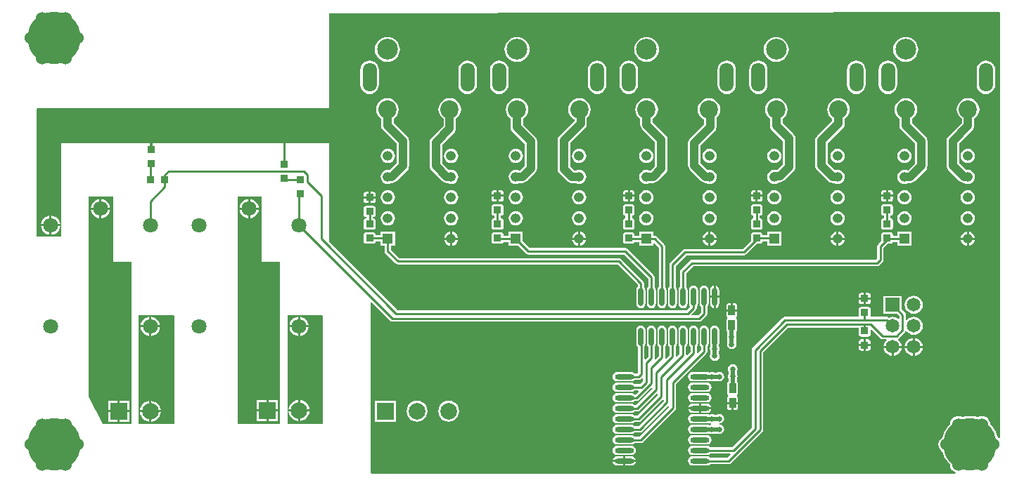
<source format=gtl>
%FSLAX24Y24*%
%MOIN*%
%SFA1B1*%

%IPPOS*%
%AMD10*
4,1,8,-0.017700,0.015000,-0.017700,-0.015000,-0.016000,-0.016700,0.016000,-0.016700,0.017700,-0.015000,0.017700,0.015000,0.016000,0.016700,-0.016000,0.016700,-0.017700,0.015000,0.0*
1,1,0.003400,-0.016000,0.015000*
1,1,0.003400,-0.016000,-0.015000*
1,1,0.003400,0.016000,-0.015000*
1,1,0.003400,0.016000,0.015000*
%
%AMD11*
4,1,8,-0.015000,-0.017700,0.015000,-0.017700,0.016700,-0.016000,0.016700,0.016000,0.015000,0.017700,-0.015000,0.017700,-0.016700,0.016000,-0.016700,-0.016000,-0.015000,-0.017700,0.0*
1,1,0.003400,-0.015000,-0.016000*
1,1,0.003400,0.015000,-0.016000*
1,1,0.003400,0.015000,0.016000*
1,1,0.003400,-0.015000,0.016000*
%
%AMD14*
4,1,8,0.015700,-0.022000,0.015700,0.022000,0.014100,0.023600,-0.014100,0.023600,-0.015700,0.022000,-0.015700,-0.022000,-0.014100,-0.023600,0.014100,-0.023600,0.015700,-0.022000,0.0*
1,1,0.003200,0.014100,-0.022000*
1,1,0.003200,0.014100,0.022000*
1,1,0.003200,-0.014100,0.022000*
1,1,0.003200,-0.014100,-0.022000*
%
G04~CAMADD=10~8~0.0~0.0~335.0~354.0~17.0~0.0~15~0.0~0.0~0.0~0.0~0~0.0~0.0~0.0~0.0~0~0.0~0.0~0.0~90.0~354.0~334.0*
%ADD10D10*%
G04~CAMADD=11~8~0.0~0.0~335.0~354.0~17.0~0.0~15~0.0~0.0~0.0~0.0~0~0.0~0.0~0.0~0.0~0~0.0~0.0~0.0~180.0~334.0~354.0*
%ADD11D11*%
%ADD12O,0.023600X0.086600*%
%ADD13O,0.090600X0.023600*%
G04~CAMADD=14~8~0.0~0.0~472.0~315.0~16.0~0.0~15~0.0~0.0~0.0~0.0~0~0.0~0.0~0.0~0.0~0~0.0~0.0~0.0~270.0~314.0~472.0*
%ADD14D14*%
%ADD15C,0.010000*%
%ADD16C,0.039400*%
%ADD17C,0.019700*%
%ADD18R,0.065000X0.065000*%
%ADD19C,0.065000*%
%ADD20C,0.070900*%
%ADD21C,0.060000*%
%ADD22C,0.250000*%
%ADD23R,0.047200X0.047200*%
%ADD24O,0.047200X0.047200*%
%ADD25R,0.078700X0.078700*%
%ADD26C,0.078700*%
%ADD27C,0.086600*%
%ADD28C,0.098400*%
%ADD29O,0.066900X0.137800*%
%ADD30C,0.025000*%
%LNsourceselection-1*%
%LPD*%
G36*
X7244Y7662D02*
Y2542D01*
X5587*
X5551Y2577*
Y7697*
X7209*
X7244Y7662*
G37*
G36*
X4331Y10236D02*
X5197D01*
Y2542*
X3858*
X3189Y3819*
Y13338*
X4331*
Y10236*
G37*
G36*
X11378D02*
X12245D01*
Y2542*
X10236*
Y13338*
X11378*
Y10236*
G37*
G36*
X46378Y22077D02*
Y1880D01*
X46328Y1857*
X46266Y1904*
X46249Y1976*
X46167Y2172*
X46056Y2354*
X45918Y2515*
X45913Y2520*
X45900Y2615*
X45860Y2712*
X45796Y2795*
X45712Y2860*
X45615Y2900*
X45511Y2914*
X45406Y2900*
X45313Y2861*
X45172Y2895*
X44961Y2912*
X44749Y2895*
X44608Y2861*
X44515Y2900*
X44411Y2914*
X44306Y2900*
X44209Y2860*
X44125Y2795*
X44061Y2712*
X44021Y2615*
X44008Y2520*
X44003Y2515*
X43865Y2354*
X43754Y2172*
X43673Y1976*
X43656Y1904*
X43575Y1843*
X43511Y1759*
X43471Y1662*
X43457Y1558*
X43471Y1453*
X43511Y1356*
X43575Y1272*
X43656Y1211*
X43673Y1139*
X43754Y943*
X43865Y762*
X44003Y600*
X44008Y595*
X44021Y501*
X44061Y403*
X44125Y320*
X44209Y256*
X44271Y230*
X44262Y180*
X16571*
X16535Y215*
Y8300*
X16582Y8320*
X17467Y7434*
X17517Y7401*
X17576Y7389*
X32126*
X32185Y7401*
X32234Y7434*
X32461Y7660*
X32494Y7710*
X32505Y7768*
Y8090*
X32510Y8093*
X32558Y8165*
X32575Y8250*
Y8880*
X32558Y8966*
X32510Y9038*
X32437Y9086*
X32352Y9103*
X32267Y9086*
X32195Y9038*
X32147Y8966*
X32130Y8880*
Y8250*
X32147Y8165*
X32195Y8093*
X32199Y8090*
Y7832*
X32063Y7695*
X31781*
X31762Y7741*
X31961Y7939*
X31994Y7989*
X32005Y8047*
Y8090*
X32010Y8093*
X32058Y8165*
X32075Y8250*
Y8880*
X32058Y8966*
X32010Y9038*
X31937Y9086*
X31852Y9103*
X31767Y9086*
X31695Y9038*
X31647Y8966*
X31630Y8880*
Y8250*
X31647Y8165*
X31690Y8101*
X31520Y7931*
X17819*
X14567Y11183*
Y15866*
X6192*
Y15571*
X6092*
Y15866*
X1890*
Y11475*
X1854Y11439*
X711*
Y15866*
X709Y17484*
X744Y17520*
X14567*
Y22047*
X46343Y22112*
X46378Y22077*
G37*
G36*
X14291Y7662D02*
Y2542D01*
X12634*
X12598Y2577*
Y7697*
X14256*
X14291Y7662*
G37*
%LNsourceselection-2*%
%LPC*%
G36*
X33611Y8264D02*
X33520D01*
X33475Y8255*
X33436Y8230*
X33411Y8191*
X33402Y8146*
Y7976*
X33611*
Y8264*
G37*
G36*
X33803D02*
X33711D01*
Y7976*
X33921*
Y8146*
X33912Y8191*
X33887Y8230*
X33848Y8255*
X33803Y8264*
G37*
G36*
X42283Y8616D02*
X42173Y8601D01*
X42069Y8559*
X41980Y8490*
X41912Y8402*
X41870Y8298*
X41855Y8188*
X41870Y8077*
X41912Y7973*
X41980Y7885*
X42069Y7816*
X42173Y7774*
X42283Y7759*
X42394Y7774*
X42498Y7816*
X42586Y7885*
X42655Y7973*
X42697Y8077*
X42712Y8188*
X42697Y8298*
X42655Y8402*
X42586Y8490*
X42498Y8559*
X42394Y8601*
X42283Y8616*
G37*
G36*
X40121Y8754D02*
X40011D01*
Y8534*
X40240*
Y8635*
X40231Y8680*
X40205Y8719*
X40167Y8745*
X40121Y8754*
G37*
G36*
X41708Y8612D02*
X40859D01*
Y7763*
X41492*
X41605Y7649*
Y7539*
X41555Y7514*
X41498Y7559*
X41394Y7601*
X41283Y7616*
X41173Y7601*
X41111Y7576*
X41063Y7608*
X41004Y7620*
X40271*
X40239Y7658*
X40240Y7664*
Y7966*
X40231Y8011*
X40205Y8050*
X40167Y8076*
X40121Y8085*
X39800*
X39755Y8076*
X39716Y8050*
X39690Y8011*
X39681Y7966*
Y7664*
X39682Y7658*
X39651Y7620*
X36185*
X36126Y7608*
X36077Y7575*
X34656Y6154*
X34622Y6104*
X34611Y6046*
Y2376*
X33666Y1431*
X32640*
X32638Y1435*
X32565Y1484*
X32480Y1500*
X31811*
X31726Y1484*
X31654Y1435*
X31606Y1363*
X31589Y1278*
X31606Y1193*
X31654Y1121*
X31726Y1073*
X31811Y1056*
X32480*
X32565Y1073*
X32638Y1121*
X32640Y1125*
X33577*
X33596Y1079*
X33448Y931*
X32640*
X32638Y935*
X32565Y984*
X32480Y1000*
X31811*
X31726Y984*
X31654Y935*
X31606Y863*
X31589Y778*
X31606Y693*
X31654Y621*
X31726Y573*
X31811Y556*
X32480*
X32565Y573*
X32638Y621*
X32640Y625*
X33512*
X33570Y637*
X33620Y670*
X35108Y2158*
X35141Y2208*
X35153Y2266*
Y5936*
X36331Y7114*
X39669*
X39681Y7099*
Y6798*
X39690Y6753*
X39716Y6714*
X39755Y6688*
X39800Y6679*
X40121*
X40167Y6688*
X40205Y6714*
X40231Y6753*
X40240Y6798*
Y7000*
X40286Y7019*
X40701Y6605*
X40750Y6571*
X40809Y6560*
X40989*
X41006Y6510*
X40980Y6490*
X40912Y6402*
X40870Y6298*
X40862Y6237*
X41705*
X41697Y6298*
X41655Y6402*
X41586Y6490*
X41546Y6522*
X41544Y6536*
X41552Y6580*
X41588Y6605*
X41866Y6883*
X41891Y6919*
X41935Y6927*
X41949Y6925*
X41980Y6885*
X42069Y6816*
X42173Y6774*
X42283Y6759*
X42394Y6774*
X42498Y6816*
X42586Y6885*
X42655Y6973*
X42697Y7077*
X42712Y7188*
X42697Y7298*
X42655Y7402*
X42586Y7490*
X42498Y7559*
X42394Y7601*
X42283Y7616*
X42173Y7601*
X42069Y7559*
X41980Y7490*
X41961Y7465*
X41911Y7482*
Y7713*
X41900Y7771*
X41866Y7821*
X41708Y7979*
Y8612*
G37*
G36*
X33075Y8515D02*
X32902D01*
Y8038*
X32937Y8045*
X33010Y8093*
X33058Y8165*
X33075Y8250*
Y8515*
G37*
G36*
X32802D02*
X32630D01*
Y8250*
X32647Y8165*
X32695Y8093*
X32767Y8045*
X32802Y8038*
Y8515*
G37*
G36*
X39911Y8434D02*
X39681D01*
Y8334*
X39690Y8288*
X39716Y8249*
X39755Y8224*
X39800Y8215*
X39911*
Y8434*
G37*
G36*
Y8754D02*
X39800D01*
X39755Y8745*
X39716Y8719*
X39690Y8680*
X39681Y8635*
Y8534*
X39911*
Y8754*
G37*
G36*
X40240Y8434D02*
X40011D01*
Y8215*
X40121*
X40167Y8224*
X40205Y8249*
X40231Y8288*
X40240Y8334*
Y8434*
G37*
G36*
X6052Y7115D02*
X5651D01*
X5660Y7046*
X5706Y6936*
X5778Y6841*
X5873Y6768*
X5984Y6722*
X6052Y6713*
Y7115*
G37*
G36*
X6554D02*
X6152D01*
Y6713*
X6221Y6722*
X6331Y6768*
X6426Y6841*
X6499Y6936*
X6545Y7046*
X6554Y7115*
G37*
G36*
X40121Y6549D02*
X40011D01*
Y6330*
X40240*
Y6430*
X40231Y6476*
X40205Y6514*
X40167Y6540*
X40121Y6549*
G37*
G36*
X42333Y6609D02*
Y6237D01*
X42705*
X42697Y6298*
X42655Y6402*
X42586Y6490*
X42498Y6559*
X42394Y6601*
X42333Y6609*
G37*
G36*
X39911Y6549D02*
X39800D01*
X39755Y6540*
X39716Y6514*
X39690Y6476*
X39681Y6430*
Y6330*
X39911*
Y6549*
G37*
G36*
X13100Y7115D02*
X12698D01*
X12707Y7046*
X12753Y6936*
X12826Y6841*
X12920Y6768*
X13031Y6722*
X13100Y6713*
Y7115*
G37*
G36*
Y7616D02*
X13031Y7607D01*
X12920Y7562*
X12826Y7489*
X12753Y7394*
X12707Y7283*
X12698Y7215*
X13100*
Y7616*
G37*
G36*
X13200D02*
Y7215D01*
X13601*
X13592Y7283*
X13546Y7394*
X13474Y7489*
X13379Y7562*
X13268Y7607*
X13200Y7616*
G37*
G36*
X6152D02*
Y7215D01*
X6554*
X6545Y7283*
X6499Y7394*
X6426Y7489*
X6331Y7562*
X6221Y7607*
X6152Y7616*
G37*
G36*
X13601Y7115D02*
X13200D01*
Y6713*
X13268Y6722*
X13379Y6768*
X13474Y6841*
X13546Y6936*
X13592Y7046*
X13601Y7115*
G37*
G36*
X6052Y7616D02*
X5984Y7607D01*
X5873Y7562*
X5778Y7489*
X5706Y7394*
X5660Y7283*
X5651Y7215*
X6052*
Y7616*
G37*
G36*
X32802Y9093D02*
X32767Y9086D01*
X32695Y9038*
X32647Y8966*
X32630Y8880*
Y8615*
X32802*
Y9093*
G37*
G36*
X26475Y11654D02*
Y11371D01*
X26758*
X26753Y11409*
X26719Y11491*
X26665Y11561*
X26595Y11615*
X26513Y11649*
X26475Y11654*
G37*
G36*
X32556D02*
X32519Y11649D01*
X32437Y11615*
X32367Y11561*
X32313Y11491*
X32279Y11409*
X32274Y11371*
X32556*
Y11654*
G37*
G36*
X26375D02*
X26337Y11649D01*
X26256Y11615*
X26185Y11561*
X26132Y11491*
X26098Y11409*
X26093Y11371*
X26375*
Y11654*
G37*
G36*
X20312D02*
X20274Y11649D01*
X20193Y11615*
X20122Y11561*
X20069Y11491*
X20035Y11409*
X20030Y11371*
X20312*
Y11654*
G37*
G36*
X20412D02*
Y11371D01*
X20695*
X20690Y11409*
X20656Y11491*
X20602Y11561*
X20532Y11615*
X20450Y11649*
X20412Y11654*
G37*
G36*
X32656D02*
Y11371D01*
X32939*
X32934Y11409*
X32900Y11491*
X32846Y11561*
X32776Y11615*
X32694Y11649*
X32656Y11654*
G37*
G36*
X44900D02*
Y11371D01*
X45183*
X45178Y11409*
X45144Y11491*
X45090Y11561*
X45020Y11615*
X44938Y11649*
X44900Y11654*
G37*
G36*
X23761Y11658D02*
X23089D01*
Y11474*
X22839*
Y11509*
X22829Y11554*
X22804Y11593*
X22765Y11619*
X22719Y11628*
X22399*
X22353Y11619*
X22314Y11593*
X22289Y11554*
X22280Y11509*
Y11208*
X22289Y11162*
X22314Y11124*
X22353Y11098*
X22399Y11089*
X22719*
X22765Y11098*
X22804Y11124*
X22829Y11162*
X22831Y11168*
X23089*
Y10985*
X23545*
X23908Y10623*
X23957Y10590*
X24016Y10578*
X28559*
X29699Y9437*
Y9041*
X29695Y9038*
X29647Y8966*
X29630Y8880*
Y8250*
X29647Y8165*
X29695Y8093*
X29767Y8045*
X29852Y8028*
X29937Y8045*
X30010Y8093*
X30058Y8165*
X30075Y8250*
Y8880*
X30058Y8966*
X30010Y9038*
X30005Y9041*
Y9500*
X29994Y9559*
X29961Y9609*
X28730Y10839*
X28681Y10872*
X28622Y10884*
X24079*
X23761Y11201*
Y11658*
G37*
G36*
X44800Y11654D02*
X44763Y11649D01*
X44681Y11615*
X44611Y11561*
X44557Y11491*
X44523Y11409*
X44518Y11371*
X44800*
Y11654*
G37*
G36*
X38619D02*
X38582Y11649D01*
X38500Y11615*
X38430Y11561*
X38376Y11491*
X38342Y11409*
X38337Y11371*
X38619*
Y11654*
G37*
G36*
X38719D02*
Y11371D01*
X39002*
X38997Y11409*
X38963Y11491*
X38909Y11561*
X38839Y11615*
X38757Y11649*
X38719Y11654*
G37*
G36*
X26375Y11271D02*
X26093D01*
X26098Y11234*
X26132Y11152*
X26185Y11082*
X26256Y11028*
X26337Y10994*
X26375Y10989*
Y11271*
G37*
G36*
X26758D02*
X26475D01*
Y10989*
X26513Y10994*
X26595Y11028*
X26665Y11082*
X26719Y11152*
X26753Y11234*
X26758Y11271*
G37*
G36*
X20695D02*
X20412D01*
Y10989*
X20450Y10994*
X20532Y11028*
X20602Y11082*
X20656Y11152*
X20690Y11234*
X20695Y11271*
G37*
G36*
X32902Y9093D02*
Y8615D01*
X33075*
Y8880*
X33058Y8966*
X33010Y9038*
X32937Y9086*
X32902Y9093*
G37*
G36*
X20312Y11271D02*
X20030D01*
X20035Y11234*
X20069Y11152*
X20122Y11082*
X20193Y11028*
X20274Y10994*
X20312Y10989*
Y11271*
G37*
G36*
X32556D02*
X32274D01*
X32279Y11234*
X32313Y11152*
X32367Y11082*
X32437Y11028*
X32519Y10994*
X32556Y10989*
Y11271*
G37*
G36*
X44800D02*
X44518D01*
X44523Y11234*
X44557Y11152*
X44611Y11082*
X44681Y11028*
X44763Y10994*
X44800Y10989*
Y11271*
G37*
G36*
X45183D02*
X44900D01*
Y10989*
X44938Y10994*
X45020Y11028*
X45090Y11082*
X45144Y11152*
X45178Y11234*
X45183Y11271*
G37*
G36*
X39002D02*
X38719D01*
Y10989*
X38757Y10994*
X38839Y11028*
X38909Y11082*
X38963Y11152*
X38997Y11234*
X39002Y11271*
G37*
G36*
X32939D02*
X32656D01*
Y10989*
X32694Y10994*
X32776Y11028*
X32846Y11082*
X32900Y11152*
X32934Y11234*
X32939Y11271*
G37*
G36*
X38619D02*
X38337D01*
X38342Y11234*
X38376Y11152*
X38430Y11082*
X38500Y11028*
X38582Y10994*
X38619Y10989*
Y11271*
G37*
G36*
X42233Y6609D02*
X42173Y6601D01*
X42069Y6559*
X41980Y6490*
X41912Y6402*
X41870Y6298*
X41862Y6237*
X42233*
Y6609*
G37*
G36*
X12147Y3122D02*
X11704D01*
Y2678*
X12147*
Y3122*
G37*
G36*
X13104D02*
X12662D01*
X12673Y3043*
X12722Y2923*
X12801Y2820*
X12905Y2740*
X13025Y2691*
X13104Y2680*
Y3122*
G37*
G36*
X11604D02*
X11160D01*
Y2678*
X11604*
Y3122*
G37*
G36*
X20244Y3638D02*
X20115Y3621D01*
X19995Y3571*
X19892Y3492*
X19813Y3389*
X19763Y3269*
X19746Y3140*
X19763Y3011*
X19813Y2891*
X19892Y2788*
X19995Y2709*
X20115Y2659*
X20244Y2642*
X20373Y2659*
X20493Y2709*
X20596Y2788*
X20675Y2891*
X20725Y3011*
X20742Y3140*
X20725Y3269*
X20675Y3389*
X20596Y3492*
X20493Y3571*
X20373Y3621*
X20244Y3638*
G37*
G36*
X17738Y3633D02*
X16750D01*
Y2646*
X17738*
Y3633*
G37*
G36*
X13645Y3122D02*
X13204D01*
Y2680*
X13282Y2691*
X13403Y2740*
X13506Y2820*
X13585Y2923*
X13635Y3043*
X13645Y3122*
G37*
G36*
X4556Y3626D02*
X4113D01*
Y3182*
X4556*
Y3626*
G37*
G36*
X5100D02*
X4656D01*
Y3182*
X5100*
Y3626*
G37*
G36*
X32693Y3228D02*
X32196D01*
Y3056*
X32480*
X32565Y3073*
X32638Y3121*
X32686Y3193*
X32693Y3228*
G37*
G36*
X33071Y3007D02*
X32983Y2990D01*
X32969Y2980*
X32819*
X32804Y2990*
X32717Y3007*
X32629Y2990*
X32614Y2980*
X32570*
X32565Y2984*
X32480Y3000*
X31811*
X31726Y2984*
X31654Y2935*
X31606Y2863*
X31589Y2778*
X31606Y2693*
X31654Y2621*
X31726Y2573*
X31811Y2556*
X32480*
X32565Y2573*
X32570Y2576*
X32614*
X32629Y2566*
X32692Y2554*
Y2503*
X32629Y2490*
X32614Y2480*
X32570*
X32565Y2484*
X32480Y2500*
X31811*
X31726Y2484*
X31654Y2435*
X31606Y2363*
X31589Y2278*
X31606Y2193*
X31654Y2121*
X31726Y2073*
X31811Y2056*
X32480*
X32565Y2073*
X32570Y2076*
X32614*
X32629Y2066*
X32717Y2049*
X32804Y2066*
X32819Y2076*
X32969*
X32983Y2066*
X33071Y2049*
X33159Y2066*
X33233Y2116*
X33283Y2190*
X33300Y2278*
X33283Y2366*
X33233Y2440*
X33159Y2490*
X33095Y2503*
Y2554*
X33159Y2566*
X33233Y2616*
X33283Y2690*
X33300Y2778*
X33283Y2866*
X33233Y2940*
X33159Y2990*
X33071Y3007*
G37*
G36*
X32096Y3228D02*
X31599D01*
X31606Y3193*
X31654Y3121*
X31726Y3073*
X31811Y3056*
X32096*
Y3228*
G37*
G36*
X28898Y1000D02*
X28613D01*
Y828*
X29110*
X29103Y863*
X29055Y935*
X28983Y984*
X28898Y1000*
G37*
G36*
Y1500D02*
X28228D01*
X28143Y1484*
X28071Y1435*
X28023Y1363*
X28006Y1278*
X28023Y1193*
X28071Y1121*
X28143Y1073*
X28228Y1056*
X28898*
X28983Y1073*
X29055Y1121*
X29103Y1193*
X29120Y1278*
X29103Y1363*
X29055Y1435*
X28983Y1484*
X28898Y1500*
G37*
G36*
X28513Y1000D02*
X28228D01*
X28143Y984*
X28071Y935*
X28023Y863*
X28016Y828*
X28513*
Y1000*
G37*
G36*
Y728D02*
X28016D01*
X28023Y693*
X28071Y621*
X28143Y573*
X28228Y556*
X28513*
Y728*
G37*
G36*
X29110D02*
X28613D01*
Y556*
X28898*
X28983Y573*
X29055Y621*
X29103Y693*
X29110Y728*
G37*
G36*
X32480Y2000D02*
X31811D01*
X31726Y1984*
X31654Y1935*
X31606Y1863*
X31589Y1778*
X31606Y1693*
X31654Y1621*
X31726Y1573*
X31811Y1556*
X32480*
X32565Y1573*
X32638Y1621*
X32686Y1693*
X32703Y1778*
X32686Y1863*
X32638Y1935*
X32565Y1984*
X32480Y2000*
G37*
G36*
X6598Y3082D02*
X6156D01*
Y2641*
X6235Y2651*
X6355Y2701*
X6458Y2780*
X6538Y2883*
X6587Y3004*
X6598Y3082*
G37*
G36*
X18744Y3638D02*
X18615Y3621D01*
X18495Y3571*
X18392Y3492*
X18313Y3389*
X18263Y3269*
X18246Y3140*
X18263Y3011*
X18313Y2891*
X18392Y2788*
X18495Y2709*
X18615Y2659*
X18744Y2642*
X18873Y2659*
X18993Y2709*
X19096Y2788*
X19175Y2891*
X19225Y3011*
X19242Y3140*
X19225Y3269*
X19175Y3389*
X19096Y3492*
X18993Y3571*
X18873Y3621*
X18744Y3638*
G37*
G36*
X6056Y3082D02*
X5615D01*
X5625Y3004*
X5675Y2883*
X5754Y2780*
X5857Y2701*
X5977Y2651*
X6056Y2641*
Y3082*
G37*
G36*
X4556D02*
X4113D01*
Y2639*
X4556*
Y3082*
G37*
G36*
X5100D02*
X4656D01*
Y2639*
X5100*
Y3082*
G37*
G36*
X6056Y3624D02*
X5977Y3613D01*
X5857Y3564*
X5754Y3484*
X5675Y3381*
X5625Y3261*
X5615Y3182*
X6056*
Y3624*
G37*
G36*
X41233Y6137D02*
X40862D01*
X40870Y6077*
X40912Y5973*
X40980Y5885*
X41069Y5816*
X41173Y5774*
X41233Y5766*
Y6137*
G37*
G36*
X41705D02*
X41333D01*
Y5766*
X41394Y5774*
X41498Y5816*
X41586Y5885*
X41655Y5973*
X41697Y6077*
X41705Y6137*
G37*
G36*
X32852Y7213D02*
X32767Y7196D01*
X32695Y7148*
X32647Y7076*
X32630Y6991*
Y6361*
X32647Y6276*
X32650Y6271*
Y6207*
X32640Y6193*
X32623Y6105*
X32640Y6017*
X32650Y6003*
Y5853*
X32640Y5838*
X32623Y5750*
X32640Y5663*
X32690Y5588*
X32765Y5539*
X32852Y5521*
X32940Y5539*
X33015Y5588*
X33064Y5663*
X33082Y5750*
X33064Y5838*
X33055Y5853*
Y6003*
X33064Y6017*
X33082Y6105*
X33064Y6193*
X33055Y6207*
Y6271*
X33058Y6276*
X33075Y6361*
Y6991*
X33058Y7076*
X33010Y7148*
X32937Y7196*
X32852Y7213*
G37*
G36*
X32480Y4500D02*
X31811D01*
X31726Y4484*
X31654Y4435*
X31606Y4363*
X31589Y4278*
X31606Y4193*
X31654Y4121*
X31726Y4073*
X31811Y4056*
X32480*
X32565Y4073*
X32638Y4121*
X32686Y4193*
X32703Y4278*
X32686Y4363*
X32638Y4435*
X32565Y4484*
X32480Y4500*
G37*
G36*
X33071Y5007D02*
X32983Y4990D01*
X32969Y4980*
X32819*
X32804Y4990*
X32717Y5007*
X32629Y4990*
X32614Y4980*
X32570*
X32565Y4984*
X32480Y5000*
X31811*
X31726Y4984*
X31654Y4935*
X31606Y4863*
X31589Y4778*
X31606Y4693*
X31654Y4621*
X31726Y4573*
X31811Y4556*
X32480*
X32565Y4573*
X32570Y4576*
X32614*
X32629Y4566*
X32717Y4549*
X32804Y4566*
X32819Y4576*
X32969*
X32983Y4566*
X33071Y4549*
X33159Y4566*
X33233Y4616*
X33283Y4690*
X33300Y4778*
X33283Y4866*
X33233Y4940*
X33159Y4990*
X33071Y5007*
G37*
G36*
X42233Y6137D02*
X41862D01*
X41870Y6077*
X41912Y5973*
X41980Y5885*
X42069Y5816*
X42173Y5774*
X42233Y5766*
Y6137*
G37*
G36*
X40240Y6230D02*
X40011D01*
Y6010*
X40121*
X40167Y6019*
X40205Y6045*
X40231Y6083*
X40240Y6129*
Y6230*
G37*
G36*
X33921Y7876D02*
X33402D01*
Y7705*
X33411Y7660*
X33436Y7622*
X33455Y7609*
Y7553*
X33436Y7541*
X33411Y7502*
X33402Y7457*
Y7016*
X33411Y6971*
X33436Y6933*
X33459Y6918*
Y6768*
X33449Y6754*
X33432Y6666*
X33449Y6578*
X33459Y6564*
Y6414*
X33449Y6399*
X33432Y6312*
X33449Y6224*
X33499Y6149*
X33574Y6100*
X33661Y6082*
X33749Y6100*
X33824Y6149*
X33873Y6224*
X33891Y6312*
X33873Y6399*
X33864Y6414*
Y6564*
X33873Y6578*
X33891Y6666*
X33873Y6754*
X33864Y6768*
Y6918*
X33887Y6933*
X33912Y6971*
X33921Y7016*
Y7457*
X33912Y7502*
X33887Y7541*
X33868Y7553*
Y7609*
X33887Y7622*
X33912Y7660*
X33921Y7705*
Y7876*
G37*
G36*
X39911Y6230D02*
X39681D01*
Y6129*
X39690Y6083*
X39716Y6045*
X39755Y6019*
X39800Y6010*
X39911*
Y6230*
G37*
G36*
X42705Y6137D02*
X42333D01*
Y5766*
X42394Y5774*
X42498Y5816*
X42586Y5885*
X42655Y5973*
X42697Y6077*
X42705Y6137*
G37*
G36*
X32352Y7213D02*
X32267Y7196D01*
X32195Y7148*
X32147Y7076*
X32130Y6991*
Y6361*
X32147Y6276*
X32195Y6203*
X32199Y6201*
Y6038*
X32053Y5891*
X32022Y5902*
X32005Y5914*
Y6201*
X32010Y6203*
X32058Y6276*
X32075Y6361*
Y6991*
X32058Y7076*
X32010Y7148*
X31937Y7196*
X31852Y7213*
X31767Y7196*
X31695Y7148*
X31647Y7076*
X31630Y6991*
Y6361*
X31647Y6276*
X31695Y6203*
X31699Y6201*
Y5971*
X31542Y5813*
X31492Y5834*
Y6191*
X31510Y6203*
X31558Y6276*
X31575Y6361*
Y6991*
X31558Y7076*
X31510Y7148*
X31437Y7196*
X31352Y7213*
X31267Y7196*
X31195Y7148*
X31147Y7076*
X31130Y6991*
Y6361*
X31147Y6276*
X31186Y6218*
Y5851*
X31053Y5718*
X31022Y5729*
X31005Y5741*
Y6201*
X31010Y6203*
X31058Y6276*
X31075Y6361*
Y6991*
X31058Y7076*
X31010Y7148*
X30937Y7196*
X30852Y7213*
X30767Y7196*
X30695Y7148*
X30647Y7076*
X30630Y6991*
Y6361*
X30647Y6276*
X30695Y6203*
X30699Y6201*
Y5798*
X30543Y5641*
X30497Y5666*
X30505Y5707*
Y6201*
X30510Y6203*
X30558Y6276*
X30575Y6361*
Y6991*
X30558Y7076*
X30510Y7148*
X30437Y7196*
X30352Y7213*
X30267Y7196*
X30195Y7148*
X30147Y7076*
X30130Y6991*
Y6361*
X30147Y6276*
X30195Y6203*
X30199Y6201*
Y5770*
X30043Y5614*
X29997Y5639*
X30005Y5679*
Y6201*
X30010Y6203*
X30058Y6276*
X30075Y6361*
Y6991*
X30058Y7076*
X30010Y7148*
X29937Y7196*
X29852Y7213*
X29767Y7196*
X29695Y7148*
X29647Y7076*
X29630Y6991*
Y6361*
X29647Y6276*
X29695Y6203*
X29699Y6201*
Y5742*
X29569Y5612*
X29523Y5631*
Y6224*
X29558Y6276*
X29575Y6361*
Y6991*
X29558Y7076*
X29510Y7148*
X29437Y7196*
X29352Y7213*
X29267Y7196*
X29195Y7148*
X29147Y7076*
X29130Y6991*
Y6361*
X29147Y6276*
X29195Y6203*
X29217Y6189*
Y4967*
X29181Y4931*
X29058*
X29055Y4935*
X28983Y4984*
X28898Y5000*
X28228*
X28143Y4984*
X28071Y4935*
X28023Y4863*
X28006Y4778*
X28023Y4693*
X28071Y4621*
X28143Y4573*
X28228Y4556*
X28898*
X28983Y4573*
X29055Y4621*
X29058Y4625*
X29244*
X29303Y4637*
X29352Y4670*
X29407Y4725*
X29453Y4706*
Y4574*
X29311Y4431*
X29058*
X29055Y4435*
X28983Y4484*
X28898Y4500*
X28228*
X28143Y4484*
X28071Y4435*
X28023Y4363*
X28006Y4278*
X28023Y4193*
X28071Y4121*
X28143Y4073*
X28228Y4056*
X28898*
X28983Y4073*
X29055Y4121*
X29058Y4125*
X29222*
X29241Y4079*
X29103Y3940*
X29055Y3935*
X28983Y3984*
X28898Y4000*
X28228*
X28143Y3984*
X28071Y3935*
X28023Y3863*
X28006Y3778*
X28023Y3693*
X28071Y3621*
X28143Y3573*
X28228Y3556*
X28898*
X28983Y3573*
X29055Y3621*
X29058Y3625*
X29157*
X29215Y3637*
X29265Y3670*
X29854Y4259*
X29907Y4241*
X29910Y4219*
X29122Y3431*
X29058*
X29055Y3435*
X28983Y3484*
X28898Y3500*
X28228*
X28143Y3484*
X28071Y3435*
X28023Y3363*
X28006Y3278*
X28023Y3193*
X28071Y3121*
X28143Y3073*
X28228Y3056*
X28898*
X28983Y3073*
X29055Y3121*
X29058Y3125*
X29185*
X29244Y3137*
X29293Y3170*
X30116Y3993*
X30162Y3973*
Y3904*
X29189Y2931*
X29058*
X29055Y2935*
X28983Y2984*
X28898Y3000*
X28228*
X28143Y2984*
X28071Y2935*
X28023Y2863*
X28006Y2778*
X28023Y2693*
X28071Y2621*
X28143Y2573*
X28228Y2556*
X28898*
X28983Y2573*
X29055Y2621*
X29058Y2625*
X29252*
X29311Y2637*
X29360Y2670*
X30388Y3697*
X30438Y3677*
Y3613*
X29256Y2431*
X29058*
X29055Y2435*
X28983Y2484*
X28898Y2500*
X28228*
X28143Y2484*
X28071Y2435*
X28023Y2363*
X28006Y2278*
X28023Y2193*
X28071Y2121*
X28143Y2073*
X28228Y2056*
X28898*
X28983Y2073*
X29055Y2121*
X29058Y2125*
X29319*
X29377Y2137*
X29427Y2170*
X30642Y3385*
X30695Y3367*
X30699Y3339*
X29291Y1931*
X29058*
X29055Y1935*
X28983Y1984*
X28898Y2000*
X28228*
X28143Y1984*
X28071Y1935*
X28023Y1863*
X28006Y1778*
X28023Y1693*
X28071Y1621*
X28143Y1573*
X28228Y1556*
X28898*
X28983Y1573*
X29055Y1621*
X29058Y1625*
X29354*
X29413Y1637*
X29462Y1670*
X30974Y3182*
X31007Y3231*
X31019Y3290*
Y4425*
X32461Y5866*
X32494Y5916*
X32505Y5974*
Y6201*
X32510Y6203*
X32558Y6276*
X32575Y6361*
Y6991*
X32558Y7076*
X32510Y7148*
X32437Y7196*
X32352Y7213*
G37*
G36*
X11604Y3665D02*
X11160D01*
Y3222*
X11604*
Y3665*
G37*
G36*
X12147D02*
X11704D01*
Y3222*
X12147*
Y3665*
G37*
G36*
X33961Y3481D02*
X33751D01*
Y3193*
X33843*
X33888Y3201*
X33926Y3227*
X33952Y3265*
X33961Y3311*
Y3481*
G37*
G36*
X6156Y3624D02*
Y3182D01*
X6598*
X6587Y3261*
X6538Y3381*
X6458Y3484*
X6355Y3564*
X6235Y3613*
X6156Y3624*
G37*
G36*
X33651Y3481D02*
X33441D01*
Y3311*
X33450Y3265*
X33476Y3227*
X33514Y3201*
X33559Y3193*
X33651*
Y3481*
G37*
G36*
X13104Y3663D02*
X13025Y3653D01*
X12905Y3603*
X12801Y3524*
X12722Y3421*
X12673Y3301*
X12662Y3222*
X13104*
Y3663*
G37*
G36*
X32480Y4000D02*
X31811D01*
X31726Y3984*
X31654Y3935*
X31606Y3863*
X31589Y3778*
X31606Y3693*
X31654Y3621*
X31726Y3573*
X31811Y3556*
X32480*
X32565Y3573*
X32638Y3621*
X32686Y3693*
X32703Y3778*
X32686Y3863*
X32638Y3935*
X32565Y3984*
X32480Y4000*
G37*
G36*
X33701Y5375D02*
X33613Y5357D01*
X33539Y5307*
X33489Y5233*
X33471Y5145*
X33489Y5057*
X33498Y5043*
Y4893*
X33489Y4879*
X33471Y4791*
X33489Y4703*
X33498Y4689*
Y4539*
X33476Y4524*
X33450Y4486*
X33441Y4440*
Y4000*
X33450Y3954*
X33476Y3916*
X33494Y3904*
Y3847*
X33476Y3835*
X33450Y3797*
X33441Y3751*
Y3581*
X33961*
Y3751*
X33952Y3797*
X33926Y3835*
X33907Y3847*
Y3904*
X33926Y3916*
X33952Y3954*
X33961Y4000*
Y4440*
X33952Y4486*
X33926Y4524*
X33903Y4539*
Y4689*
X33913Y4703*
X33930Y4791*
X33913Y4879*
X33903Y4893*
Y5043*
X33913Y5057*
X33930Y5145*
X33913Y5233*
X33863Y5307*
X33789Y5357*
X33701Y5375*
G37*
G36*
X32480Y3500D02*
X32196D01*
Y3328*
X32693*
X32686Y3363*
X32638Y3435*
X32565Y3484*
X32480Y3500*
G37*
G36*
X13204Y3663D02*
Y3222D01*
X13645*
X13635Y3301*
X13585Y3421*
X13506Y3524*
X13403Y3603*
X13282Y3653*
X13204Y3663*
G37*
G36*
X32096Y3500D02*
X31811D01*
X31726Y3484*
X31654Y3435*
X31606Y3363*
X31599Y3328*
X32096*
Y3500*
G37*
G36*
X29943Y11658D02*
X29270D01*
Y11474*
X29059*
Y11509*
X29050Y11554*
X29024Y11593*
X28986Y11619*
X28940Y11628*
X28619*
X28574Y11619*
X28535Y11593*
X28509Y11554*
X28500Y11509*
Y11208*
X28509Y11162*
X28535Y11124*
X28574Y11098*
X28619Y11089*
X28940*
X28986Y11098*
X29024Y11124*
X29050Y11162*
X29051Y11168*
X29270*
Y10985*
X29943*
Y11095*
X29989Y11114*
X30199Y10904*
Y9041*
X30195Y9038*
X30147Y8966*
X30130Y8880*
Y8250*
X30147Y8165*
X30195Y8093*
X30267Y8045*
X30352Y8028*
X30437Y8045*
X30510Y8093*
X30558Y8165*
X30575Y8250*
Y8880*
X30558Y8966*
X30510Y9038*
X30505Y9041*
Y10967*
X30494Y11026*
X30461Y11075*
X30106Y11430*
X30057Y11463*
X29998Y11474*
X29943*
Y11658*
G37*
G36*
X38720Y18001D02*
X38581Y17982D01*
X38452Y17929*
X38340Y17843*
X38255Y17732*
X38201Y17602*
X38183Y17463*
X38201Y17324*
X38255Y17194*
X38340Y17083*
X38421Y17021*
Y16915*
X37702Y16196*
X37654Y16134*
X37624Y16062*
X37614Y15984*
Y14803*
X37624Y14726*
X37654Y14653*
X37702Y14591*
X38231Y14062*
X38293Y14015*
X38323Y14002*
X38365Y13985*
X38442Y13975*
X38514*
X38582Y13947*
X38669Y13935*
X38757Y13947*
X38839Y13980*
X38909Y14034*
X38963Y14105*
X38997Y14186*
X39008Y14274*
X38997Y14362*
X38963Y14444*
X38909Y14514*
X38839Y14568*
X38757Y14602*
X38669Y14613*
X38582Y14602*
X38551Y14589*
X38213Y14927*
Y15860*
X38932Y16580*
X38980Y16642*
X39010Y16714*
X39020Y16791*
Y17021*
X39101Y17083*
X39186Y17194*
X39240Y17324*
X39258Y17463*
X39240Y17602*
X39186Y17732*
X39101Y17843*
X38989Y17929*
X38860Y17982*
X38720Y18001*
G37*
G36*
X44862D02*
X44723Y17982D01*
X44593Y17929*
X44482Y17843*
X44397Y17732*
X44343Y17602*
X44325Y17463*
X44343Y17324*
X44397Y17194*
X44482Y17083*
X44563Y17021*
Y16819*
X43922Y16179*
X43875Y16117*
X43845Y16045*
X43834Y15967*
Y14803*
X43845Y14726*
X43875Y14653*
X43922Y14591*
X44451Y14062*
X44513Y14015*
X44585Y13985*
X44663Y13975*
X44695*
X44763Y13947*
X44850Y13935*
X44938Y13947*
X45020Y13980*
X45090Y14034*
X45144Y14105*
X45178Y14186*
X45190Y14274*
X45178Y14362*
X45144Y14444*
X45090Y14514*
X45020Y14568*
X44938Y14602*
X44850Y14613*
X44763Y14602*
X44760Y14601*
X44433Y14927*
Y15843*
X45074Y16484*
X45121Y16546*
X45151Y16618*
X45162Y16695*
Y17021*
X45242Y17083*
X45328Y17194*
X45382Y17324*
X45400Y17463*
X45382Y17602*
X45328Y17732*
X45242Y17843*
X45131Y17929*
X45001Y17982*
X44862Y18001*
G37*
G36*
X32579D02*
X32440Y17982D01*
X32310Y17929*
X32199Y17843*
X32113Y17732*
X32059Y17602*
X32041Y17463*
X32059Y17324*
X32113Y17194*
X32199Y17083*
X32310Y16997*
X32338Y16986*
Y16751*
X31678Y16090*
X31630Y16028*
X31601Y15956*
X31590Y15879*
Y14803*
X31601Y14726*
X31630Y14653*
X31678Y14591*
X32207Y14062*
X32269Y14015*
X32341Y13985*
X32419Y13975*
X32451*
X32519Y13947*
X32606Y13935*
X32694Y13947*
X32776Y13980*
X32846Y14034*
X32900Y14105*
X32934Y14186*
X32945Y14274*
X32934Y14362*
X32900Y14444*
X32846Y14514*
X32776Y14568*
X32694Y14602*
X32606Y14613*
X32519Y14602*
X32516Y14601*
X32189Y14927*
Y15755*
X32850Y16415*
X32897Y16477*
X32927Y16549*
X32937Y16627*
Y17066*
X32959Y17083*
X33044Y17194*
X33098Y17324*
X33116Y17463*
X33098Y17602*
X33044Y17732*
X32959Y17843*
X32848Y17929*
X32718Y17982*
X32579Y18001*
G37*
G36*
X20295D02*
X20156Y17982D01*
X20026Y17929*
X19915Y17843*
X19830Y17732*
X19776Y17602*
X19758Y17463*
X19776Y17324*
X19830Y17194*
X19915Y17083*
X19996Y17021*
Y16688*
X19434Y16126*
X19386Y16064*
X19356Y15991*
X19346Y15914*
Y14786*
X19356Y14708*
X19386Y14636*
X19434Y14574*
X19946Y14062*
X20008Y14015*
X20038Y14002*
X20080Y13985*
X20157Y13975*
X20206*
X20274Y13947*
X20362Y13935*
X20450Y13947*
X20532Y13980*
X20602Y14034*
X20656Y14105*
X20690Y14186*
X20701Y14274*
X20690Y14362*
X20656Y14444*
X20602Y14514*
X20532Y14568*
X20450Y14602*
X20362Y14613*
X20274Y14602*
X20260Y14596*
X19945Y14910*
Y15790*
X20507Y16352*
X20555Y16414*
X20584Y16486*
X20595Y16564*
Y17021*
X20675Y17083*
X20761Y17194*
X20815Y17324*
X20833Y17463*
X20815Y17602*
X20761Y17732*
X20675Y17843*
X20564Y17929*
X20434Y17982*
X20295Y18001*
G37*
G36*
X26437D02*
X26298Y17982D01*
X26168Y17929*
X26057Y17843*
X25971Y17732*
X25918Y17602*
X25899Y17463*
X25918Y17324*
X25971Y17194*
X26057Y17083*
X26168Y16997*
X26197Y16986*
Y16918*
X25497Y16218*
X25449Y16156*
X25419Y16084*
X25409Y16006*
Y14628*
X25419Y14551*
X25449Y14479*
X25497Y14417*
X25851Y14062*
X25913Y14015*
X25986Y13985*
X26063Y13975*
X26269*
X26337Y13947*
X26425Y13935*
X26513Y13947*
X26595Y13980*
X26665Y14034*
X26719Y14105*
X26753Y14186*
X26764Y14274*
X26753Y14362*
X26719Y14444*
X26665Y14514*
X26595Y14568*
X26513Y14602*
X26425Y14613*
X26337Y14602*
X26269Y14574*
X26187*
X26008Y14752*
Y15882*
X26708Y16582*
X26755Y16644*
X26768Y16674*
X26785Y16716*
X26795Y16794*
Y17066*
X26817Y17083*
X26903Y17194*
X26956Y17324*
X26975Y17463*
X26956Y17602*
X26903Y17732*
X26817Y17843*
X26706Y17929*
X26576Y17982*
X26437Y18001*
G37*
G36*
X23484D02*
X23345Y17982D01*
X23215Y17929*
X23104Y17843*
X23019Y17732*
X22965Y17602*
X22947Y17463*
X22965Y17324*
X23019Y17194*
X23104Y17083*
X23185Y17021*
Y16617*
X23195Y16539*
X23225Y16467*
X23273Y16405*
X23834Y15843*
Y14792*
X23616Y14574*
X23581*
X23513Y14602*
X23425Y14613*
X23337Y14602*
X23256Y14568*
X23185Y14514*
X23132Y14444*
X23098Y14362*
X23086Y14274*
X23098Y14186*
X23132Y14105*
X23185Y14034*
X23256Y13980*
X23337Y13947*
X23425Y13935*
X23513Y13947*
X23581Y13975*
X23740*
X23818Y13985*
X23890Y14015*
X23952Y14062*
X24346Y14456*
X24393Y14518*
X24406Y14548*
X24423Y14590*
X24433Y14668*
Y15967*
X24423Y16045*
X24406Y16087*
X24393Y16117*
X24346Y16179*
X23784Y16741*
Y17021*
X23864Y17083*
X23950Y17194*
X24004Y17324*
X24022Y17463*
X24004Y17602*
X23950Y17732*
X23864Y17843*
X23753Y17929*
X23623Y17982*
X23484Y18001*
G37*
G36*
X35768D02*
X35629Y17982D01*
X35499Y17929*
X35388Y17843*
X35302Y17732*
X35248Y17602*
X35230Y17463*
X35248Y17324*
X35302Y17194*
X35388Y17083*
X35468Y17021*
Y16695*
X35479Y16618*
X35508Y16546*
X35556Y16484*
X36079Y15961*
Y14871*
X35821Y14613*
X35672*
X35669*
X35582Y14602*
X35500Y14568*
X35429Y14514*
X35376Y14444*
X35342Y14362*
X35330Y14274*
X35342Y14186*
X35376Y14105*
X35429Y14034*
X35500Y13980*
X35582Y13947*
X35669Y13935*
X35757Y13947*
X35839Y13980*
X35883Y14014*
X35945*
X36022Y14024*
X36095Y14054*
X36157Y14102*
X36590Y14535*
X36637Y14597*
X36667Y14669*
X36677Y14747*
Y16085*
X36667Y16163*
X36637Y16235*
X36590Y16297*
X36067Y16819*
Y17021*
X36148Y17083*
X36233Y17194*
X36287Y17324*
X36305Y17463*
X36287Y17602*
X36233Y17732*
X36148Y17843*
X36037Y17929*
X35907Y17982*
X35768Y18001*
G37*
G36*
X17362Y15597D02*
X17274Y15586D01*
X17193Y15552*
X17122Y15498*
X17069Y15428*
X17035Y15346*
X17023Y15258*
X17035Y15171*
X17069Y15089*
X17122Y15019*
X17193Y14965*
X17274Y14931*
X17362Y14919*
X17450Y14931*
X17532Y14965*
X17602Y15019*
X17656Y15089*
X17690Y15171*
X17701Y15258*
X17690Y15346*
X17656Y15428*
X17602Y15498*
X17532Y15552*
X17450Y15586*
X17362Y15597*
G37*
G36*
X17343Y18001D02*
X17203Y17982D01*
X17074Y17929*
X16962Y17843*
X16877Y17732*
X16823Y17602*
X16805Y17463*
X16823Y17324*
X16877Y17194*
X16962Y17083*
X17043Y17021*
Y16695*
X17053Y16618*
X17083Y16546*
X17131Y16484*
X17771Y15843*
Y14910*
X17459Y14598*
X17450Y14602*
X17362Y14613*
X17274Y14602*
X17193Y14568*
X17122Y14514*
X17069Y14444*
X17035Y14362*
X17023Y14274*
X17035Y14186*
X17069Y14105*
X17122Y14034*
X17193Y13980*
X17274Y13947*
X17362Y13935*
X17450Y13947*
X17518Y13975*
X17559*
X17637Y13985*
X17709Y14015*
X17771Y14062*
X18283Y14574*
X18330Y14636*
X18343Y14666*
X18360Y14708*
X18370Y14786*
Y15967*
X18360Y16045*
X18343Y16087*
X18330Y16117*
X18283Y16179*
X17642Y16819*
Y17021*
X17723Y17083*
X17808Y17194*
X17862Y17324*
X17880Y17463*
X17862Y17602*
X17808Y17732*
X17723Y17843*
X17611Y17929*
X17482Y17982*
X17343Y18001*
G37*
G36*
X29626D02*
X29487Y17982D01*
X29357Y17929*
X29246Y17843*
X29160Y17732*
X29107Y17602*
X29088Y17463*
X29107Y17324*
X29160Y17194*
X29246Y17083*
X29327Y17021*
Y16735*
X29337Y16657*
X29367Y16585*
X29414Y16523*
X30016Y15922*
Y14780*
X29809Y14574*
X29762*
X29694Y14602*
X29606Y14613*
X29519Y14602*
X29437Y14568*
X29367Y14514*
X29313Y14444*
X29279Y14362*
X29267Y14274*
X29279Y14186*
X29313Y14105*
X29367Y14034*
X29437Y13980*
X29519Y13947*
X29606Y13935*
X29694Y13947*
X29762Y13975*
X29933*
X30011Y13985*
X30083Y14015*
X30145Y14062*
X30527Y14444*
X30574Y14506*
X30604Y14579*
X30614Y14656*
Y16046*
X30604Y16123*
X30574Y16195*
X30527Y16257*
X29925Y16859*
Y17021*
X30006Y17083*
X30092Y17194*
X30145Y17324*
X30164Y17463*
X30145Y17602*
X30092Y17732*
X30006Y17843*
X29895Y17929*
X29765Y17982*
X29626Y18001*
G37*
G36*
X41909D02*
X41770Y17982D01*
X41641Y17929*
X41529Y17843*
X41444Y17732*
X41390Y17602*
X41372Y17463*
X41390Y17324*
X41444Y17194*
X41529Y17083*
X41610Y17021*
Y16695*
X41620Y16618*
X41650Y16546*
X41698Y16484*
X42338Y15843*
Y14910*
X42003Y14575*
X41938Y14602*
X41850Y14613*
X41763Y14602*
X41681Y14568*
X41611Y14514*
X41557Y14444*
X41523Y14362*
X41511Y14274*
X41523Y14186*
X41557Y14105*
X41611Y14034*
X41681Y13980*
X41763Y13947*
X41850Y13935*
X41938Y13947*
X42006Y13975*
X42126*
X42203Y13985*
X42276Y14015*
X42338Y14062*
X42850Y14574*
X42897Y14636*
X42909Y14666*
X42927Y14708*
X42937Y14786*
Y15967*
X42927Y16045*
X42897Y16117*
X42850Y16179*
X42209Y16819*
Y17021*
X42290Y17083*
X42375Y17194*
X42429Y17324*
X42447Y17463*
X42429Y17602*
X42375Y17732*
X42290Y17843*
X42178Y17929*
X42049Y17982*
X41909Y18001*
G37*
G36*
X41184Y13636D02*
X41074D01*
Y13416*
X41303*
Y13517*
X41294Y13562*
X41268Y13601*
X41230Y13627*
X41184Y13636*
G37*
G36*
X16657Y13557D02*
X16546D01*
Y13337*
X16776*
Y13438*
X16766Y13484*
X16741Y13522*
X16702Y13548*
X16657Y13557*
G37*
G36*
X22509Y13636D02*
X22399D01*
X22353Y13627*
X22314Y13601*
X22289Y13562*
X22280Y13517*
Y13416*
X22509*
Y13636*
G37*
G36*
X16446Y13557D02*
X16336D01*
X16290Y13548*
X16251Y13522*
X16226Y13484*
X16217Y13438*
Y13337*
X16446*
Y13557*
G37*
G36*
X40974Y13316D02*
X40744D01*
Y13216*
X40753Y13170*
X40779Y13131*
X40818Y13106*
X40863Y13097*
X40974*
Y13316*
G37*
G36*
X41303D02*
X41074D01*
Y13097*
X41184*
X41230Y13106*
X41268Y13131*
X41294Y13170*
X41303Y13216*
Y13316*
G37*
G36*
X22719Y13636D02*
X22609D01*
Y13416*
X22839*
Y13517*
X22829Y13562*
X22804Y13601*
X22765Y13627*
X22719Y13636*
G37*
G36*
X35003D02*
X34893D01*
Y13416*
X35122*
Y13517*
X35113Y13562*
X35087Y13601*
X35048Y13627*
X35003Y13636*
G37*
G36*
X40974D02*
X40863D01*
X40818Y13627*
X40779Y13601*
X40753Y13562*
X40744Y13517*
Y13416*
X40974*
Y13636*
G37*
G36*
X34793D02*
X34682D01*
X34637Y13627*
X34598Y13601*
X34572Y13562*
X34563Y13517*
Y13416*
X34793*
Y13636*
G37*
G36*
X28730D02*
X28619D01*
X28574Y13627*
X28535Y13601*
X28509Y13562*
X28500Y13517*
Y13416*
X28730*
Y13636*
G37*
G36*
X28940D02*
X28830D01*
Y13416*
X29059*
Y13517*
X29050Y13562*
X29024Y13601*
X28986Y13627*
X28940Y13636*
G37*
G36*
X20362Y15597D02*
X20274Y15586D01*
X20193Y15552*
X20122Y15498*
X20069Y15428*
X20035Y15346*
X20023Y15258*
X20035Y15171*
X20069Y15089*
X20122Y15019*
X20193Y14965*
X20274Y14931*
X20362Y14919*
X20450Y14931*
X20532Y14965*
X20602Y15019*
X20656Y15089*
X20690Y15171*
X20701Y15258*
X20690Y15346*
X20656Y15428*
X20602Y15498*
X20532Y15552*
X20450Y15586*
X20362Y15597*
G37*
G36*
X39565Y19782D02*
X39452Y19767D01*
X39346Y19723*
X39255Y19654*
X39186Y19563*
X39142Y19457*
X39127Y19344*
Y18635*
X39142Y18522*
X39186Y18416*
X39255Y18325*
X39346Y18255*
X39452Y18212*
X39565Y18197*
X39679Y18212*
X39785Y18255*
X39875Y18325*
X39945Y18416*
X39989Y18522*
X40004Y18635*
Y19344*
X39989Y19457*
X39945Y19563*
X39875Y19654*
X39785Y19723*
X39679Y19767*
X39565Y19782*
G37*
G36*
X41065D02*
X40951Y19767D01*
X40845Y19723*
X40755Y19654*
X40685Y19563*
X40641Y19457*
X40626Y19344*
Y18635*
X40641Y18522*
X40685Y18416*
X40755Y18325*
X40845Y18255*
X40951Y18212*
X41065Y18197*
X41178Y18212*
X41284Y18255*
X41375Y18325*
X41444Y18416*
X41488Y18522*
X41503Y18635*
Y19344*
X41488Y19457*
X41444Y19563*
X41375Y19654*
X41284Y19723*
X41178Y19767*
X41065Y19782*
G37*
G36*
X34923D02*
X34809Y19767D01*
X34704Y19723*
X34613Y19654*
X34543Y19563*
X34499Y19457*
X34484Y19344*
Y18635*
X34499Y18522*
X34543Y18416*
X34613Y18325*
X34704Y18255*
X34809Y18212*
X34923Y18197*
X35036Y18212*
X35142Y18255*
X35233Y18325*
X35303Y18416*
X35346Y18522*
X35361Y18635*
Y19344*
X35346Y19457*
X35303Y19563*
X35233Y19654*
X35142Y19723*
X35036Y19767*
X34923Y19782*
G37*
G36*
X28781D02*
X28668Y19767D01*
X28562Y19723*
X28471Y19654*
X28401Y19563*
X28358Y19457*
X28343Y19344*
Y18635*
X28358Y18522*
X28401Y18416*
X28471Y18325*
X28562Y18255*
X28668Y18212*
X28781Y18197*
X28895Y18212*
X29000Y18255*
X29091Y18325*
X29161Y18416*
X29205Y18522*
X29220Y18635*
Y19344*
X29205Y19457*
X29161Y19563*
X29091Y19654*
X29000Y19723*
X28895Y19767*
X28781Y19782*
G37*
G36*
X33424D02*
X33310Y19767D01*
X33204Y19723*
X33114Y19654*
X33044Y19563*
X33000Y19457*
X32985Y19344*
Y18635*
X33000Y18522*
X33044Y18416*
X33114Y18325*
X33204Y18255*
X33310Y18212*
X33424Y18197*
X33537Y18212*
X33643Y18255*
X33734Y18325*
X33803Y18416*
X33847Y18522*
X33862Y18635*
Y19344*
X33847Y19457*
X33803Y19563*
X33734Y19654*
X33643Y19723*
X33537Y19767*
X33424Y19782*
G37*
G36*
X45707D02*
X45594Y19767D01*
X45488Y19723*
X45397Y19654*
X45327Y19563*
X45284Y19457*
X45269Y19344*
Y18635*
X45284Y18522*
X45327Y18416*
X45397Y18325*
X45488Y18255*
X45594Y18212*
X45707Y18197*
X45821Y18212*
X45926Y18255*
X46017Y18325*
X46087Y18416*
X46131Y18522*
X46145Y18635*
Y19344*
X46131Y19457*
X46087Y19563*
X46017Y19654*
X45926Y19723*
X45821Y19767*
X45707Y19782*
G37*
G36*
X35768Y20912D02*
X35652Y20901D01*
X35540Y20867*
X35437Y20812*
X35347Y20738*
X35273Y20648*
X35218Y20545*
X35184Y20433*
X35173Y20317*
X35184Y20201*
X35218Y20090*
X35273Y19987*
X35347Y19897*
X35437Y19823*
X35540Y19768*
X35652Y19734*
X35768Y19722*
X35884Y19734*
X35995Y19768*
X36098Y19823*
X36188Y19897*
X36262Y19987*
X36317Y20090*
X36351Y20201*
X36363Y20317*
X36351Y20433*
X36317Y20545*
X36262Y20648*
X36188Y20738*
X36098Y20812*
X35995Y20867*
X35884Y20901*
X35768Y20912*
G37*
G36*
X41909D02*
X41793Y20901D01*
X41682Y20867*
X41579Y20812*
X41489Y20738*
X41415Y20648*
X41360Y20545*
X41326Y20433*
X41314Y20317*
X41326Y20201*
X41360Y20090*
X41415Y19987*
X41489Y19897*
X41579Y19823*
X41682Y19768*
X41793Y19734*
X41909Y19722*
X42026Y19734*
X42137Y19768*
X42240Y19823*
X42330Y19897*
X42404Y19987*
X42459Y20090*
X42493Y20201*
X42504Y20317*
X42493Y20433*
X42459Y20545*
X42404Y20648*
X42330Y20738*
X42240Y20812*
X42137Y20867*
X42026Y20901*
X41909Y20912*
G37*
G36*
X29626D02*
X29510Y20901D01*
X29398Y20867*
X29295Y20812*
X29205Y20738*
X29131Y20648*
X29076Y20545*
X29042Y20433*
X29031Y20317*
X29042Y20201*
X29076Y20090*
X29131Y19987*
X29205Y19897*
X29295Y19823*
X29398Y19768*
X29510Y19734*
X29626Y19722*
X29742Y19734*
X29854Y19768*
X29957Y19823*
X30047Y19897*
X30121Y19987*
X30176Y20090*
X30210Y20201*
X30221Y20317*
X30210Y20433*
X30176Y20545*
X30121Y20648*
X30047Y20738*
X29957Y20812*
X29854Y20867*
X29742Y20901*
X29626Y20912*
G37*
G36*
X17343D02*
X17226Y20901D01*
X17115Y20867*
X17012Y20812*
X16922Y20738*
X16848Y20648*
X16793Y20545*
X16759Y20433*
X16748Y20317*
X16759Y20201*
X16793Y20090*
X16848Y19987*
X16922Y19897*
X17012Y19823*
X17115Y19768*
X17226Y19734*
X17343Y19722*
X17459Y19734*
X17570Y19768*
X17673Y19823*
X17763Y19897*
X17837Y19987*
X17892Y20090*
X17926Y20201*
X17938Y20317*
X17926Y20433*
X17892Y20545*
X17837Y20648*
X17763Y20738*
X17673Y20812*
X17570Y20867*
X17459Y20901*
X17343Y20912*
G37*
G36*
X23484D02*
X23368Y20901D01*
X23257Y20867*
X23154Y20812*
X23064Y20738*
X22990Y20648*
X22935Y20545*
X22901Y20433*
X22889Y20317*
X22901Y20201*
X22935Y20090*
X22990Y19987*
X23064Y19897*
X23154Y19823*
X23257Y19768*
X23368Y19734*
X23484Y19722*
X23600Y19734*
X23712Y19768*
X23815Y19823*
X23905Y19897*
X23979Y19987*
X24034Y20090*
X24068Y20201*
X24079Y20317*
X24068Y20433*
X24034Y20545*
X23979Y20648*
X23905Y20738*
X23815Y20812*
X23712Y20867*
X23600Y20901*
X23484Y20912*
G37*
G36*
X27282Y19782D02*
X27168Y19767D01*
X27063Y19723*
X26972Y19654*
X26902Y19563*
X26858Y19457*
X26843Y19344*
Y18635*
X26858Y18522*
X26902Y18416*
X26972Y18325*
X27063Y18255*
X27168Y18212*
X27282Y18197*
X27395Y18212*
X27501Y18255*
X27592Y18325*
X27662Y18416*
X27705Y18522*
X27720Y18635*
Y19344*
X27705Y19457*
X27662Y19563*
X27592Y19654*
X27501Y19723*
X27395Y19767*
X27282Y19782*
G37*
G36*
X32606Y15597D02*
X32519Y15586D01*
X32437Y15552*
X32367Y15498*
X32313Y15428*
X32279Y15346*
X32267Y15258*
X32279Y15171*
X32313Y15089*
X32367Y15019*
X32437Y14965*
X32519Y14931*
X32606Y14919*
X32694Y14931*
X32776Y14965*
X32846Y15019*
X32900Y15089*
X32934Y15171*
X32945Y15258*
X32934Y15346*
X32900Y15428*
X32846Y15498*
X32776Y15552*
X32694Y15586*
X32606Y15597*
G37*
G36*
X35669D02*
X35582Y15586D01*
X35500Y15552*
X35429Y15498*
X35376Y15428*
X35342Y15346*
X35330Y15258*
X35342Y15171*
X35376Y15089*
X35429Y15019*
X35500Y14965*
X35582Y14931*
X35669Y14919*
X35757Y14931*
X35839Y14965*
X35909Y15019*
X35963Y15089*
X35997Y15171*
X36008Y15258*
X35997Y15346*
X35963Y15428*
X35909Y15498*
X35839Y15552*
X35757Y15586*
X35669Y15597*
G37*
G36*
X29606D02*
X29519Y15586D01*
X29437Y15552*
X29367Y15498*
X29313Y15428*
X29279Y15346*
X29267Y15258*
X29279Y15171*
X29313Y15089*
X29367Y15019*
X29437Y14965*
X29519Y14931*
X29606Y14919*
X29694Y14931*
X29776Y14965*
X29846Y15019*
X29900Y15089*
X29934Y15171*
X29945Y15258*
X29934Y15346*
X29900Y15428*
X29846Y15498*
X29776Y15552*
X29694Y15586*
X29606Y15597*
G37*
G36*
X23425D02*
X23337Y15586D01*
X23256Y15552*
X23185Y15498*
X23132Y15428*
X23098Y15346*
X23086Y15258*
X23098Y15171*
X23132Y15089*
X23185Y15019*
X23256Y14965*
X23337Y14931*
X23425Y14919*
X23513Y14931*
X23595Y14965*
X23665Y15019*
X23719Y15089*
X23753Y15171*
X23764Y15258*
X23753Y15346*
X23719Y15428*
X23665Y15498*
X23595Y15552*
X23513Y15586*
X23425Y15597*
G37*
G36*
X26425D02*
X26337Y15586D01*
X26256Y15552*
X26185Y15498*
X26132Y15428*
X26098Y15346*
X26086Y15258*
X26098Y15171*
X26132Y15089*
X26185Y15019*
X26256Y14965*
X26337Y14931*
X26425Y14919*
X26513Y14931*
X26595Y14965*
X26665Y15019*
X26719Y15089*
X26753Y15171*
X26764Y15258*
X26753Y15346*
X26719Y15428*
X26665Y15498*
X26595Y15552*
X26513Y15586*
X26425Y15597*
G37*
G36*
X38669D02*
X38582Y15586D01*
X38500Y15552*
X38430Y15498*
X38376Y15428*
X38342Y15346*
X38330Y15258*
X38342Y15171*
X38376Y15089*
X38430Y15019*
X38500Y14965*
X38582Y14931*
X38669Y14919*
X38757Y14931*
X38839Y14965*
X38909Y15019*
X38963Y15089*
X38997Y15171*
X39008Y15258*
X38997Y15346*
X38963Y15428*
X38909Y15498*
X38839Y15552*
X38757Y15586*
X38669Y15597*
G37*
G36*
X21140Y19782D02*
X21027Y19767D01*
X20921Y19723*
X20830Y19654*
X20761Y19563*
X20717Y19457*
X20702Y19344*
Y18635*
X20717Y18522*
X20761Y18416*
X20830Y18325*
X20921Y18255*
X21027Y18212*
X21140Y18197*
X21254Y18212*
X21359Y18255*
X21450Y18325*
X21520Y18416*
X21564Y18522*
X21579Y18635*
Y19344*
X21564Y19457*
X21520Y19563*
X21450Y19654*
X21359Y19723*
X21254Y19767*
X21140Y19782*
G37*
G36*
X22639D02*
X22526Y19767D01*
X22420Y19723*
X22329Y19654*
X22260Y19563*
X22216Y19457*
X22201Y19344*
Y18635*
X22216Y18522*
X22260Y18416*
X22329Y18325*
X22420Y18255*
X22526Y18212*
X22639Y18197*
X22753Y18212*
X22859Y18255*
X22949Y18325*
X23019Y18416*
X23063Y18522*
X23078Y18635*
Y19344*
X23063Y19457*
X23019Y19563*
X22949Y19654*
X22859Y19723*
X22753Y19767*
X22639Y19782*
G37*
G36*
X16498D02*
X16384Y19767D01*
X16278Y19723*
X16188Y19654*
X16118Y19563*
X16074Y19457*
X16059Y19344*
Y18635*
X16074Y18522*
X16118Y18416*
X16188Y18325*
X16278Y18255*
X16384Y18212*
X16498Y18197*
X16611Y18212*
X16717Y18255*
X16808Y18325*
X16877Y18416*
X16921Y18522*
X16936Y18635*
Y19344*
X16921Y19457*
X16877Y19563*
X16808Y19654*
X16717Y19723*
X16611Y19767*
X16498Y19782*
G37*
G36*
X41850Y15597D02*
X41763Y15586D01*
X41681Y15552*
X41611Y15498*
X41557Y15428*
X41523Y15346*
X41511Y15258*
X41523Y15171*
X41557Y15089*
X41611Y15019*
X41681Y14965*
X41763Y14931*
X41850Y14919*
X41938Y14931*
X42020Y14965*
X42090Y15019*
X42144Y15089*
X42178Y15171*
X42190Y15258*
X42178Y15346*
X42144Y15428*
X42090Y15498*
X42020Y15552*
X41938Y15586*
X41850Y15597*
G37*
G36*
X44850D02*
X44763Y15586D01*
X44681Y15552*
X44611Y15498*
X44557Y15428*
X44523Y15346*
X44511Y15258*
X44523Y15171*
X44557Y15089*
X44611Y15019*
X44681Y14965*
X44763Y14931*
X44850Y14919*
X44938Y14931*
X45020Y14965*
X45090Y15019*
X45144Y15089*
X45178Y15171*
X45190Y15258*
X45178Y15346*
X45144Y15428*
X45090Y15498*
X45020Y15552*
X44938Y15586*
X44850Y15597*
G37*
G36*
X35122Y13316D02*
X34893D01*
Y13097*
X35003*
X35048Y13106*
X35087Y13131*
X35113Y13170*
X35122Y13216*
Y13316*
G37*
G36*
X32606Y12645D02*
X32519Y12633D01*
X32437Y12599*
X32367Y12545*
X32313Y12475*
X32279Y12393*
X32267Y12306*
X32279Y12218*
X32313Y12136*
X32367Y12066*
X32437Y12012*
X32519Y11978*
X32606Y11966*
X32694Y11978*
X32776Y12012*
X32846Y12066*
X32900Y12136*
X32934Y12218*
X32945Y12306*
X32934Y12393*
X32900Y12475*
X32846Y12545*
X32776Y12599*
X32694Y12633*
X32606Y12645*
G37*
G36*
X35669D02*
X35582Y12633D01*
X35500Y12599*
X35429Y12545*
X35376Y12475*
X35342Y12393*
X35330Y12306*
X35342Y12218*
X35376Y12136*
X35429Y12066*
X35500Y12012*
X35582Y11978*
X35669Y11966*
X35757Y11978*
X35839Y12012*
X35909Y12066*
X35963Y12136*
X35997Y12218*
X36008Y12306*
X35997Y12393*
X35963Y12475*
X35909Y12545*
X35839Y12599*
X35757Y12633*
X35669Y12645*
G37*
G36*
X29606D02*
X29519Y12633D01*
X29437Y12599*
X29367Y12545*
X29313Y12475*
X29279Y12393*
X29267Y12306*
X29279Y12218*
X29313Y12136*
X29367Y12066*
X29437Y12012*
X29519Y11978*
X29606Y11966*
X29694Y11978*
X29776Y12012*
X29846Y12066*
X29900Y12136*
X29934Y12218*
X29945Y12306*
X29934Y12393*
X29900Y12475*
X29846Y12545*
X29776Y12599*
X29694Y12633*
X29606Y12645*
G37*
G36*
X23425D02*
X23337Y12633D01*
X23256Y12599*
X23185Y12545*
X23132Y12475*
X23098Y12393*
X23086Y12306*
X23098Y12218*
X23132Y12136*
X23185Y12066*
X23256Y12012*
X23337Y11978*
X23425Y11966*
X23513Y11978*
X23595Y12012*
X23665Y12066*
X23719Y12136*
X23753Y12218*
X23764Y12306*
X23753Y12393*
X23719Y12475*
X23665Y12545*
X23595Y12599*
X23513Y12633*
X23425Y12645*
G37*
G36*
X26425D02*
X26337Y12633D01*
X26256Y12599*
X26185Y12545*
X26132Y12475*
X26098Y12393*
X26086Y12306*
X26098Y12218*
X26132Y12136*
X26185Y12066*
X26256Y12012*
X26337Y11978*
X26425Y11966*
X26513Y11978*
X26595Y12012*
X26665Y12066*
X26719Y12136*
X26753Y12218*
X26764Y12306*
X26753Y12393*
X26719Y12475*
X26665Y12545*
X26595Y12599*
X26513Y12633*
X26425Y12645*
G37*
G36*
X38669D02*
X38582Y12633D01*
X38500Y12599*
X38430Y12545*
X38376Y12475*
X38342Y12393*
X38330Y12306*
X38342Y12218*
X38376Y12136*
X38430Y12066*
X38500Y12012*
X38582Y11978*
X38669Y11966*
X38757Y11978*
X38839Y12012*
X38909Y12066*
X38963Y12136*
X38997Y12218*
X39008Y12306*
X38997Y12393*
X38963Y12475*
X38909Y12545*
X38839Y12599*
X38757Y12633*
X38669Y12645*
G37*
G36*
X1428Y12419D02*
Y12018D01*
X1830*
X1821Y12086*
X1775Y12197*
X1702Y12292*
X1607Y12365*
X1497Y12410*
X1428Y12419*
G37*
G36*
X3690Y12705D02*
X3288D01*
X3298Y12637*
X3343Y12526*
X3416Y12431*
X3511Y12358*
X3622Y12313*
X3690Y12304*
Y12705*
G37*
G36*
X1328Y12419D02*
X1259Y12410D01*
X1149Y12365*
X1054Y12292*
X981Y12197*
X935Y12086*
X926Y12018*
X1328*
Y12419*
G37*
G36*
X41850Y12645D02*
X41763Y12633D01*
X41681Y12599*
X41611Y12545*
X41557Y12475*
X41523Y12393*
X41511Y12306*
X41523Y12218*
X41557Y12136*
X41611Y12066*
X41681Y12012*
X41763Y11978*
X41850Y11966*
X41938Y11978*
X42020Y12012*
X42090Y12066*
X42144Y12136*
X42178Y12218*
X42190Y12306*
X42178Y12393*
X42144Y12475*
X42090Y12545*
X42020Y12599*
X41938Y12633*
X41850Y12645*
G37*
G36*
X44850D02*
X44763Y12633D01*
X44681Y12599*
X44611Y12545*
X44557Y12475*
X44523Y12393*
X44511Y12306*
X44523Y12218*
X44557Y12136*
X44611Y12066*
X44681Y12012*
X44763Y11978*
X44850Y11966*
X44938Y11978*
X45020Y12012*
X45090Y12066*
X45144Y12136*
X45178Y12218*
X45190Y12306*
X45178Y12393*
X45144Y12475*
X45090Y12545*
X45020Y12599*
X44938Y12633*
X44850Y12645*
G37*
G36*
X20362D02*
X20274Y12633D01*
X20193Y12599*
X20122Y12545*
X20069Y12475*
X20035Y12393*
X20023Y12306*
X20035Y12218*
X20069Y12136*
X20122Y12066*
X20193Y12012*
X20274Y11978*
X20362Y11966*
X20450Y11978*
X20532Y12012*
X20602Y12066*
X20656Y12136*
X20690Y12218*
X20701Y12306*
X20690Y12393*
X20656Y12475*
X20602Y12545*
X20532Y12599*
X20450Y12633*
X20362Y12645*
G37*
G36*
X1328Y11918D02*
X926D01*
X935Y11849*
X981Y11739*
X1054Y11644*
X1149Y11571*
X1259Y11525*
X1328Y11516*
Y11918*
G37*
G36*
X1830D02*
X1428D01*
Y11516*
X1497Y11525*
X1607Y11571*
X1702Y11644*
X1775Y11739*
X1821Y11849*
X1830Y11918*
G37*
G36*
X36006Y11658D02*
X35333D01*
Y11514*
X35121*
X35113Y11554*
X35087Y11593*
X35048Y11619*
X35003Y11628*
X34682*
X34637Y11619*
X34598Y11593*
X34572Y11554*
X34563Y11509*
Y11238*
X34169Y10844*
X31457*
X31398Y10833*
X31349Y10800*
X30744Y10195*
X30711Y10146*
X30699Y10087*
Y9041*
X30695Y9038*
X30647Y8966*
X30630Y8880*
Y8250*
X30647Y8165*
X30695Y8093*
X30767Y8045*
X30852Y8028*
X30937Y8045*
X31010Y8093*
X31058Y8165*
X31075Y8250*
Y8880*
X31058Y8966*
X31010Y9038*
X31005Y9041*
Y10024*
X31520Y10539*
X34233*
X34291Y10550*
X34341Y10583*
X34846Y11089*
X35003*
X35048Y11098*
X35087Y11124*
X35113Y11162*
X35122Y11208*
X35333*
Y10985*
X36006*
Y11658*
G37*
G36*
X42187D02*
X41514D01*
Y11474*
X41303*
Y11509*
X41294Y11554*
X41268Y11593*
X41230Y11619*
X41184Y11628*
X40863*
X40818Y11619*
X40779Y11593*
X40753Y11554*
X40744Y11509*
Y11219*
X40601Y11075*
X40567Y11026*
X40556Y10967*
Y10400*
X40488Y10333*
X31772*
X31713Y10321*
X31664Y10288*
X31244Y9868*
X31211Y9819*
X31199Y9760*
Y9041*
X31195Y9038*
X31147Y8966*
X31130Y8880*
Y8250*
X31147Y8165*
X31195Y8093*
X31267Y8045*
X31352Y8028*
X31437Y8045*
X31510Y8093*
X31558Y8165*
X31575Y8250*
Y8880*
X31558Y8966*
X31510Y9038*
X31505Y9041*
Y9697*
X31835Y10027*
X40551*
X40610Y10038*
X40659Y10071*
X40817Y10229*
X40850Y10279*
X40862Y10337*
Y10904*
X41047Y11089*
X41184*
X41230Y11098*
X41268Y11124*
X41294Y11162*
X41295Y11168*
X41514*
Y10985*
X42187*
Y11658*
G37*
G36*
X17698D02*
X17026D01*
Y11511*
X16775*
X16766Y11554*
X16741Y11593*
X16702Y11619*
X16657Y11628*
X16336*
X16290Y11619*
X16251Y11593*
X16226Y11554*
X16217Y11509*
Y11208*
X16226Y11162*
X16251Y11124*
X16290Y11098*
X16336Y11089*
X16657*
X16702Y11098*
X16741Y11124*
X16766Y11162*
X16775Y11205*
X17026*
Y10985*
X17209*
Y10731*
X17221Y10672*
X17254Y10623*
X17727Y10150*
X17776Y10117*
X17835Y10105*
X28244*
X29199Y9150*
Y9041*
X29195Y9038*
X29147Y8966*
X29130Y8880*
Y8250*
X29147Y8165*
X29195Y8093*
X29267Y8045*
X29352Y8028*
X29437Y8045*
X29510Y8093*
X29558Y8165*
X29575Y8250*
Y8880*
X29558Y8966*
X29510Y9038*
X29505Y9041*
Y9213*
X29494Y9272*
X29461Y9321*
X28415Y10367*
X28366Y10400*
X28307Y10411*
X17898*
X17515Y10794*
Y10985*
X17698*
Y11658*
G37*
G36*
X16657Y12888D02*
X16336D01*
X16290Y12879*
X16251Y12853*
X16226Y12814*
X16217Y12769*
Y12468*
X16226Y12422*
X16251Y12383*
X16290Y12358*
X16336Y12349*
X16343*
Y12297*
X16336*
X16290Y12288*
X16251Y12262*
X16226Y12224*
X16217Y12178*
Y11877*
X16226Y11831*
X16251Y11793*
X16290Y11767*
X16336Y11758*
X16657*
X16702Y11767*
X16741Y11793*
X16766Y11831*
X16776Y11877*
Y12178*
X16766Y12224*
X16741Y12262*
X16702Y12288*
X16657Y12297*
X16649*
Y12349*
X16657*
X16702Y12358*
X16741Y12383*
X16766Y12422*
X16776Y12468*
Y12769*
X16766Y12814*
X16741Y12853*
X16702Y12879*
X16657Y12888*
G37*
G36*
X41184Y12966D02*
X40863D01*
X40818Y12957*
X40779Y12932*
X40753Y12893*
X40744Y12847*
Y12546*
X40753Y12501*
X40779Y12462*
X40818Y12436*
X40863Y12427*
X40871*
Y12297*
X40863*
X40818Y12288*
X40779Y12262*
X40753Y12224*
X40744Y12178*
Y11877*
X40753Y11831*
X40779Y11793*
X40818Y11767*
X40863Y11758*
X41184*
X41230Y11767*
X41268Y11793*
X41294Y11831*
X41303Y11877*
Y12178*
X41294Y12224*
X41268Y12262*
X41230Y12288*
X41184Y12297*
X41177*
Y12427*
X41184*
X41230Y12436*
X41268Y12462*
X41294Y12501*
X41303Y12546*
Y12847*
X41294Y12893*
X41268Y12932*
X41230Y12957*
X41184Y12966*
G37*
G36*
X17362Y12645D02*
X17274Y12633D01*
X17193Y12599*
X17122Y12545*
X17069Y12475*
X17035Y12393*
X17023Y12306*
X17035Y12218*
X17069Y12136*
X17122Y12066*
X17193Y12012*
X17274Y11978*
X17362Y11966*
X17450Y11978*
X17532Y12012*
X17602Y12066*
X17656Y12136*
X17690Y12218*
X17701Y12306*
X17690Y12393*
X17656Y12475*
X17602Y12545*
X17532Y12599*
X17450Y12633*
X17362Y12645*
G37*
G36*
X35003Y12966D02*
X34682D01*
X34637Y12957*
X34598Y12932*
X34572Y12893*
X34563Y12847*
Y12546*
X34572Y12501*
X34598Y12462*
X34637Y12436*
X34682Y12427*
X34690*
Y12297*
X34682*
X34637Y12288*
X34598Y12262*
X34572Y12224*
X34563Y12178*
Y11877*
X34572Y11831*
X34598Y11793*
X34637Y11767*
X34682Y11758*
X35003*
X35048Y11767*
X35087Y11793*
X35113Y11831*
X35122Y11877*
Y12178*
X35113Y12224*
X35087Y12262*
X35048Y12288*
X35003Y12297*
X34995*
Y12427*
X35003*
X35048Y12436*
X35087Y12462*
X35113Y12501*
X35122Y12546*
Y12847*
X35113Y12893*
X35087Y12932*
X35048Y12957*
X35003Y12966*
G37*
G36*
X22719D02*
X22399D01*
X22353Y12957*
X22314Y12932*
X22289Y12893*
X22280Y12847*
Y12546*
X22289Y12501*
X22314Y12462*
X22353Y12436*
X22399Y12427*
X22406*
Y12297*
X22399*
X22353Y12288*
X22314Y12262*
X22289Y12224*
X22280Y12178*
Y11877*
X22289Y11831*
X22314Y11793*
X22353Y11767*
X22399Y11758*
X22719*
X22765Y11767*
X22804Y11793*
X22829Y11831*
X22839Y11877*
Y12178*
X22829Y12224*
X22804Y12262*
X22765Y12288*
X22719Y12297*
X22712*
Y12427*
X22719*
X22765Y12436*
X22804Y12462*
X22829Y12501*
X22839Y12546*
Y12847*
X22829Y12893*
X22804Y12932*
X22765Y12957*
X22719Y12966*
G37*
G36*
X28940D02*
X28619D01*
X28574Y12957*
X28535Y12932*
X28509Y12893*
X28500Y12847*
Y12546*
X28509Y12501*
X28535Y12462*
X28574Y12436*
X28619Y12427*
X28627*
Y12297*
X28619*
X28574Y12288*
X28535Y12262*
X28509Y12224*
X28500Y12178*
Y11877*
X28509Y11831*
X28535Y11793*
X28574Y11767*
X28619Y11758*
X28940*
X28986Y11767*
X29024Y11793*
X29050Y11831*
X29059Y11877*
Y12178*
X29050Y12224*
X29024Y12262*
X28986Y12288*
X28940Y12297*
X28932*
Y12427*
X28940*
X28986Y12436*
X29024Y12462*
X29050Y12501*
X29059Y12546*
Y12847*
X29050Y12893*
X29024Y12932*
X28986Y12957*
X28940Y12966*
G37*
G36*
X4192Y12705D02*
X3790D01*
Y12304*
X3859Y12313*
X3969Y12358*
X4064Y12431*
X4137Y12526*
X4183Y12637*
X4192Y12705*
G37*
G36*
X44850Y13629D02*
X44763Y13617D01*
X44681Y13584*
X44611Y13530*
X44557Y13459*
X44523Y13378*
X44511Y13290*
X44523Y13202*
X44557Y13120*
X44611Y13050*
X44681Y12996*
X44763Y12962*
X44850Y12951*
X44938Y12962*
X45020Y12996*
X45090Y13050*
X45144Y13120*
X45178Y13202*
X45190Y13290*
X45178Y13378*
X45144Y13459*
X45090Y13530*
X45020Y13584*
X44938Y13617*
X44850Y13629*
G37*
G36*
X16446Y13237D02*
X16217D01*
Y13137*
X16226Y13091*
X16251Y13053*
X16290Y13027*
X16336Y13018*
X16446*
Y13237*
G37*
G36*
X41850Y13629D02*
X41763Y13617D01*
X41681Y13584*
X41611Y13530*
X41557Y13459*
X41523Y13378*
X41511Y13290*
X41523Y13202*
X41557Y13120*
X41611Y13050*
X41681Y12996*
X41763Y12962*
X41850Y12951*
X41938Y12962*
X42020Y12996*
X42090Y13050*
X42144Y13120*
X42178Y13202*
X42190Y13290*
X42178Y13378*
X42144Y13459*
X42090Y13530*
X42020Y13584*
X41938Y13617*
X41850Y13629*
G37*
G36*
X35669D02*
X35582Y13617D01*
X35500Y13584*
X35429Y13530*
X35376Y13459*
X35342Y13378*
X35330Y13290*
X35342Y13202*
X35376Y13120*
X35429Y13050*
X35500Y12996*
X35582Y12962*
X35669Y12951*
X35757Y12962*
X35839Y12996*
X35909Y13050*
X35963Y13120*
X35997Y13202*
X36008Y13290*
X35997Y13378*
X35963Y13459*
X35909Y13530*
X35839Y13584*
X35757Y13617*
X35669Y13629*
G37*
G36*
X38669D02*
X38582Y13617D01*
X38500Y13584*
X38430Y13530*
X38376Y13459*
X38342Y13378*
X38330Y13290*
X38342Y13202*
X38376Y13120*
X38430Y13050*
X38500Y12996*
X38582Y12962*
X38669Y12951*
X38757Y12962*
X38839Y12996*
X38909Y13050*
X38963Y13120*
X38997Y13202*
X39008Y13290*
X38997Y13378*
X38963Y13459*
X38909Y13530*
X38839Y13584*
X38757Y13617*
X38669Y13629*
G37*
G36*
X16776Y13237D02*
X16546D01*
Y13018*
X16657*
X16702Y13027*
X16741Y13053*
X16766Y13091*
X16776Y13137*
Y13237*
G37*
G36*
X29059Y13316D02*
X28830D01*
Y13097*
X28940*
X28986Y13106*
X29024Y13131*
X29050Y13170*
X29059Y13216*
Y13316*
G37*
G36*
X34793D02*
X34563D01*
Y13216*
X34572Y13170*
X34598Y13131*
X34637Y13106*
X34682Y13097*
X34793*
Y13316*
G37*
G36*
X28730D02*
X28500D01*
Y13216*
X28509Y13170*
X28535Y13131*
X28574Y13106*
X28619Y13097*
X28730*
Y13316*
G37*
G36*
X22509D02*
X22280D01*
Y13216*
X22289Y13170*
X22314Y13131*
X22353Y13106*
X22399Y13097*
X22509*
Y13316*
G37*
G36*
X22839D02*
X22609D01*
Y13097*
X22719*
X22765Y13106*
X22804Y13131*
X22829Y13170*
X22839Y13216*
Y13316*
G37*
G36*
X32606Y13629D02*
X32519Y13617D01*
X32437Y13584*
X32367Y13530*
X32313Y13459*
X32279Y13378*
X32267Y13290*
X32279Y13202*
X32313Y13120*
X32367Y13050*
X32437Y12996*
X32519Y12962*
X32606Y12951*
X32694Y12962*
X32776Y12996*
X32846Y13050*
X32900Y13120*
X32934Y13202*
X32945Y13290*
X32934Y13378*
X32900Y13459*
X32846Y13530*
X32776Y13584*
X32694Y13617*
X32606Y13629*
G37*
G36*
X3790Y13207D02*
Y12805D01*
X4192*
X4183Y12874*
X4137Y12984*
X4064Y13079*
X3969Y13152*
X3859Y13198*
X3790Y13207*
G37*
G36*
X10737D02*
X10669Y13198D01*
X10558Y13152*
X10463Y13079*
X10391Y12984*
X10345Y12874*
X10336Y12805*
X10737*
Y13207*
G37*
G36*
X3690D02*
X3622Y13198D01*
X3511Y13152*
X3416Y13079*
X3343Y12984*
X3298Y12874*
X3288Y12805*
X3690*
Y13207*
G37*
G36*
X10737Y12705D02*
X10336D01*
X10345Y12637*
X10391Y12526*
X10463Y12431*
X10558Y12358*
X10669Y12313*
X10737Y12304*
Y12705*
G37*
G36*
X11239D02*
X10837D01*
Y12304*
X10906Y12313*
X11017Y12358*
X11111Y12431*
X11184Y12526*
X11230Y12637*
X11239Y12705*
G37*
G36*
X10837Y13207D02*
Y12805D01*
X11239*
X11230Y12874*
X11184Y12984*
X11111Y13079*
X11017Y13152*
X10906Y13198*
X10837Y13207*
G37*
G36*
X26425Y13629D02*
X26337Y13617D01*
X26256Y13584*
X26185Y13530*
X26132Y13459*
X26098Y13378*
X26086Y13290*
X26098Y13202*
X26132Y13120*
X26185Y13050*
X26256Y12996*
X26337Y12962*
X26425Y12951*
X26513Y12962*
X26595Y12996*
X26665Y13050*
X26719Y13120*
X26753Y13202*
X26764Y13290*
X26753Y13378*
X26719Y13459*
X26665Y13530*
X26595Y13584*
X26513Y13617*
X26425Y13629*
G37*
G36*
X29606D02*
X29519Y13617D01*
X29437Y13584*
X29367Y13530*
X29313Y13459*
X29279Y13378*
X29267Y13290*
X29279Y13202*
X29313Y13120*
X29367Y13050*
X29437Y12996*
X29519Y12962*
X29606Y12951*
X29694Y12962*
X29776Y12996*
X29846Y13050*
X29900Y13120*
X29934Y13202*
X29945Y13290*
X29934Y13378*
X29900Y13459*
X29846Y13530*
X29776Y13584*
X29694Y13617*
X29606Y13629*
G37*
G36*
X23425D02*
X23337Y13617D01*
X23256Y13584*
X23185Y13530*
X23132Y13459*
X23098Y13378*
X23086Y13290*
X23098Y13202*
X23132Y13120*
X23185Y13050*
X23256Y12996*
X23337Y12962*
X23425Y12951*
X23513Y12962*
X23595Y12996*
X23665Y13050*
X23719Y13120*
X23753Y13202*
X23764Y13290*
X23753Y13378*
X23719Y13459*
X23665Y13530*
X23595Y13584*
X23513Y13617*
X23425Y13629*
G37*
G36*
X17362D02*
X17274Y13617D01*
X17193Y13584*
X17122Y13530*
X17069Y13459*
X17035Y13378*
X17023Y13290*
X17035Y13202*
X17069Y13120*
X17122Y13050*
X17193Y12996*
X17274Y12962*
X17362Y12951*
X17450Y12962*
X17532Y12996*
X17602Y13050*
X17656Y13120*
X17690Y13202*
X17701Y13290*
X17690Y13378*
X17656Y13459*
X17602Y13530*
X17532Y13584*
X17450Y13617*
X17362Y13629*
G37*
G36*
X20362D02*
X20274Y13617D01*
X20193Y13584*
X20122Y13530*
X20069Y13459*
X20035Y13378*
X20023Y13290*
X20035Y13202*
X20069Y13120*
X20122Y13050*
X20193Y12996*
X20274Y12962*
X20362Y12951*
X20450Y12962*
X20532Y12996*
X20602Y13050*
X20656Y13120*
X20690Y13202*
X20701Y13290*
X20690Y13378*
X20656Y13459*
X20602Y13530*
X20532Y13584*
X20450Y13617*
X20362Y13629*
G37*
%LNsourceselection-3*%
%LPD*%
G54D10*
X39961Y8484D03*
Y7815D03*
Y6280D03*
Y6949D03*
X13228Y14136D03*
Y13467D03*
X12441Y14862D03*
Y14193D03*
X6142Y15571D03*
Y14902D03*
X16496Y13287D03*
Y12618D03*
Y12028D03*
Y11358D03*
X22559Y13366D03*
Y12697D03*
Y12028D03*
Y11358D03*
X28780Y13366D03*
Y12697D03*
Y12028D03*
Y11358D03*
X34843Y13366D03*
Y12697D03*
Y12028D03*
Y11358D03*
X41024Y13366D03*
Y12697D03*
Y12028D03*
Y11358D03*
G54D11*
X6122Y14134D03*
X6791D03*
G54D12*
X29352Y6676D03*
X29852D03*
X30352D03*
X30852D03*
X31352D03*
X31852D03*
X32352D03*
X32852D03*
X29352Y8565D03*
X29852D03*
X30352D03*
X30852D03*
X31352D03*
X31852D03*
X32352D03*
X32852D03*
G54D13*
X28563Y4778D03*
Y4278D03*
Y3778D03*
Y3278D03*
Y2778D03*
Y2278D03*
Y1778D03*
Y1278D03*
Y778D03*
X32146Y4778D03*
Y4278D03*
Y3778D03*
Y3278D03*
Y2778D03*
Y2278D03*
Y1778D03*
Y1278D03*
Y778D03*
G54D14*
X33701Y4220D03*
Y3531D03*
X33661Y7237D03*
Y7926D03*
G54D15*
X39961Y7267D02*
X40255D01*
X36267D02*
X39961D01*
Y6949D02*
Y7267D01*
Y7467D02*
X41004D01*
X36185D02*
X39961D01*
Y7815*
X6122Y14882D02*
X6142Y14902D01*
X6122Y14134D02*
Y14882D01*
X6142Y15571D02*
Y16417D01*
X12441Y14862D02*
Y16457D01*
X12402Y16496D02*
X12441Y16457D01*
X6791Y14134D02*
Y14350D01*
Y13802D02*
Y14134D01*
Y14350D02*
X6969Y14528D01*
X13384*
X13556Y14356*
Y14026D02*
Y14356D01*
Y14026D02*
X14213Y13369D01*
X12461Y14134D02*
X12463Y14136D01*
X13228*
X13150Y13388D02*
X13228Y13467D01*
X13150Y11968D02*
Y13388D01*
X34902Y11361D02*
X35669D01*
X34233Y10691D02*
X34902Y11361D01*
X31457Y10691D02*
X34233D01*
X40984Y12697D02*
X41024Y12657D01*
Y12028D02*
Y12657D01*
X34843Y12028D02*
Y12697D01*
X28780Y12028D02*
Y12697D01*
Y11358D02*
X28816Y11321D01*
X29606*
X22559Y12028D02*
Y12697D01*
Y11358D02*
X22596Y11321D01*
X23425*
X17325Y11358D02*
X17362Y11321D01*
X16496Y11358D02*
X17325D01*
X16496Y12028D02*
Y12618D01*
X41004Y7467D02*
X41283Y7188D01*
X40255Y7267D02*
X40809Y6713D01*
X41283Y8188D02*
X41758Y7713D01*
Y6991D02*
Y7713D01*
X41480Y6713D02*
X41758Y6991D01*
X40809Y6713D02*
X41480D01*
X31772Y10180D02*
X40551D01*
X40709Y10337*
Y10967*
X41063Y11321D02*
X41850D01*
X40709Y10967D02*
X41063Y11321D01*
X30352Y8565D02*
Y10967D01*
X29998Y11321D02*
X30352Y10967D01*
X29606Y11321D02*
X29998D01*
X28622Y10731D02*
X29852Y9500D01*
X24016Y10731D02*
X28622D01*
X23425Y11321D02*
X24016Y10731D01*
X17362D02*
X17835Y10258D01*
X17362Y10731D02*
Y11321D01*
X17835Y10258D02*
X28307D01*
X35000Y5999D02*
X36267Y7267D01*
X34764Y6046D02*
X36185Y7467D01*
X32126Y7542D02*
X32352Y7768D01*
X17576Y7542D02*
X32126D01*
X31583Y7778D02*
X31852Y8047D01*
X17756Y7778D02*
X31583D01*
X32352Y7768D02*
Y8565D01*
X31852Y8047D02*
Y8565D01*
X38720Y17266D02*
Y17463D01*
X29352Y8565D02*
Y9213D01*
X28307Y10258D02*
X29352Y9213D01*
X34764Y2313D02*
Y6046D01*
X33729Y1278D02*
X34764Y2313D01*
X32146Y1278D02*
X33729D01*
X35000Y2266D02*
Y5999D01*
X33512Y778D02*
X35000Y2266D01*
X32146Y778D02*
X33512D01*
X31352Y9760D02*
X31772Y10180D01*
X31352Y8565D02*
Y9760D01*
X30852Y10087D02*
X31457Y10691D01*
X30852Y8565D02*
Y10087D01*
X29852Y8565D02*
Y9500D01*
X28563Y1778D02*
X29354D01*
X28563Y2278D02*
X29319D01*
X31339Y6662D02*
X31352Y6676D01*
X28563Y2778D02*
X29252D01*
X28563Y3278D02*
X29185D01*
X28563Y3778D02*
X29157D01*
X28563Y4278D02*
X29374D01*
X29370Y4904D02*
Y6321D01*
X29244Y4778D02*
X29370Y4904D01*
X28563Y4778D02*
X29244D01*
X6102Y11968D02*
Y13113D01*
X13150Y11968D02*
X17576Y7542D01*
X6102Y13113D02*
X6791Y13802D01*
X14213Y11321D02*
X17756Y7778D01*
X14213Y11321D02*
Y13369D01*
X29354Y1778D02*
X30866Y3290D01*
X29319Y2278D02*
X30591Y3550D01*
X29252Y2778D02*
X30315Y3841D01*
X29185Y3278D02*
X30079Y4172D01*
X29157Y3778D02*
X29843Y4464D01*
X29374Y4278D02*
X29606Y4510D01*
X32352Y5974D02*
Y6676D01*
X30866Y3290D02*
Y4488D01*
X32352Y5974*
X31852Y5907D02*
Y6676D01*
X30591Y3550D02*
Y4646D01*
X31852Y5907*
X31339Y5787D02*
Y6662D01*
X30315Y3841D02*
Y4764D01*
X31339Y5787*
X30852Y5734D02*
Y6676D01*
X30079Y4172D02*
Y4961D01*
X30852Y5734*
X29843Y4464D02*
Y5197D01*
X30352Y5707*
Y6676*
X29606Y4510D02*
Y5433D01*
X29852Y5679*
Y6676*
G54D16*
X19646Y15914D02*
X20295Y16564D01*
X19646Y14786D02*
Y15914D01*
Y14786D02*
X20157Y14274D01*
X23484Y16617D02*
X24134Y15967D01*
Y14668D02*
Y15967D01*
X23740Y14274D02*
X24134Y14668D01*
X25709Y16006D02*
X26496Y16794D01*
X25709Y14628D02*
Y16006D01*
Y14628D02*
X26063Y14274D01*
X29626Y16735D02*
X30315Y16046D01*
Y14656D02*
Y16046D01*
X29933Y14274D02*
X30315Y14656D01*
X36378Y14747D02*
Y16085D01*
X35945Y14313D02*
X36378Y14747D01*
X35669Y14313D02*
X35945D01*
X35768Y16695D02*
X36378Y16085D01*
X42638Y14786D02*
Y15967D01*
X42126Y14274D02*
X42638Y14786D01*
X41850Y14274D02*
X42126D01*
X29606D02*
X29933D01*
X26063D02*
X26425D01*
X23425D02*
X23740D01*
X18071Y14786D02*
Y15967D01*
X17559Y14274D02*
X18071Y14786D01*
X17362Y14274D02*
X17559D01*
X20157D02*
X20362D01*
X44862Y16695D02*
Y17463D01*
X41909Y16695D02*
X42638Y15967D01*
X41909Y16695D02*
Y17463D01*
X32638Y16627D02*
Y17404D01*
X29626Y16735D02*
Y17463D01*
X26496Y16794D02*
Y17404D01*
X23484Y16617D02*
Y17463D01*
X20295Y16564D02*
Y17463D01*
X17343Y16695D02*
X18071Y15967D01*
X17343Y16695D02*
Y17463D01*
X26437D02*
X26496Y17404D01*
X32579Y17463D02*
X32638Y17404D01*
X35768Y16695D02*
Y17463D01*
X32419Y14274D02*
X32606D01*
X44134Y15967D02*
X44862Y16695D01*
X38720Y16791D02*
Y17266D01*
X38442Y14274D02*
X38669D01*
X44134Y14803D02*
Y15967D01*
Y14803D02*
X44663Y14274D01*
X44850*
X37913Y14803D02*
X38442Y14274D01*
X37913Y14803D02*
Y15984D01*
X38720Y16791*
X31890Y14803D02*
X32419Y14274D01*
X31890Y14803D02*
Y15879D01*
X32638Y16627*
G54D17*
X32852Y5750D02*
Y6676D01*
X32146Y2278D02*
X33071D01*
X32146Y2778D02*
X33071D01*
X32146Y4778D02*
X33071D01*
X33661Y6312D02*
Y7237D01*
X33701Y4220D02*
Y5145D01*
G54D18*
X41283Y8188D03*
G54D19*
X42283Y8188D03*
X41283Y7188D03*
X42283D03*
X41283Y6187D03*
X42283D03*
G54D20*
X13150Y7165D03*
X8425D03*
Y11968D03*
X10787Y12755D03*
X13150Y11968D03*
X6102Y7165D03*
X1378D03*
Y11968D03*
X3740Y12755D03*
X6102Y11968D03*
G54D21*
X44411Y2510D03*
X45511D03*
X46061Y1558D03*
X45511Y605D03*
X44411D03*
X43861Y1558D03*
X985Y21802D03*
X2085D03*
X2635Y20849D03*
X2085Y19896D03*
X985D03*
X435Y20849D03*
Y1558D03*
X985Y605D03*
X2085D03*
X2635Y1558D03*
X2085Y2510D03*
X985D03*
G54D22*
X44961Y1558D03*
X1535Y20849D03*
Y1558D03*
G54D23*
X41850Y11321D03*
X35669D03*
X29606D03*
X23425D03*
X17362D03*
G54D24*
X41850Y12306D03*
Y13290D03*
Y14274D03*
Y15258D03*
X44850Y11321D03*
Y12306D03*
Y13290D03*
Y14274D03*
Y15258D03*
X35669Y12306D03*
Y13290D03*
Y14274D03*
Y15258D03*
X38669Y11321D03*
Y12306D03*
Y13290D03*
Y14274D03*
Y15258D03*
X29606Y12306D03*
Y13290D03*
Y14274D03*
Y15258D03*
X32606Y11321D03*
Y12306D03*
Y13290D03*
Y14274D03*
Y15258D03*
X23425Y12306D03*
Y13290D03*
Y14274D03*
Y15258D03*
X26425Y11321D03*
Y12306D03*
Y13290D03*
Y14274D03*
Y15258D03*
X17362Y12306D03*
Y13290D03*
Y14274D03*
Y15258D03*
X20362Y11321D03*
Y12306D03*
Y13290D03*
Y14274D03*
Y15258D03*
G54D25*
X11654Y3172D03*
X17244Y3140D03*
X4606Y3132D03*
G54D26*
X13154Y3172D03*
X20244Y3140D03*
X18744D03*
X6106Y3132D03*
G54D27*
X17343Y17463D03*
X20295D03*
X23484D03*
X26437D03*
X29626D03*
X32579D03*
X35768D03*
X38720D03*
X41909D03*
X44862D03*
G54D28*
X17343Y20317D03*
X23484D03*
X29626D03*
X35768D03*
X41909D03*
G54D29*
X21140Y18989D03*
X16498D03*
X27282D03*
X22639D03*
X33424D03*
X28781D03*
X39565D03*
X34923D03*
X45707D03*
X41065D03*
G54D30*
X32852Y5750D03*
Y6105D03*
X33071Y2278D03*
X32717D03*
X33071Y2778D03*
X32717D03*
Y4778D03*
X33071D03*
X33661Y6666D03*
Y6312D03*
X33701Y4791D03*
Y5145D03*
M02*
</source>
